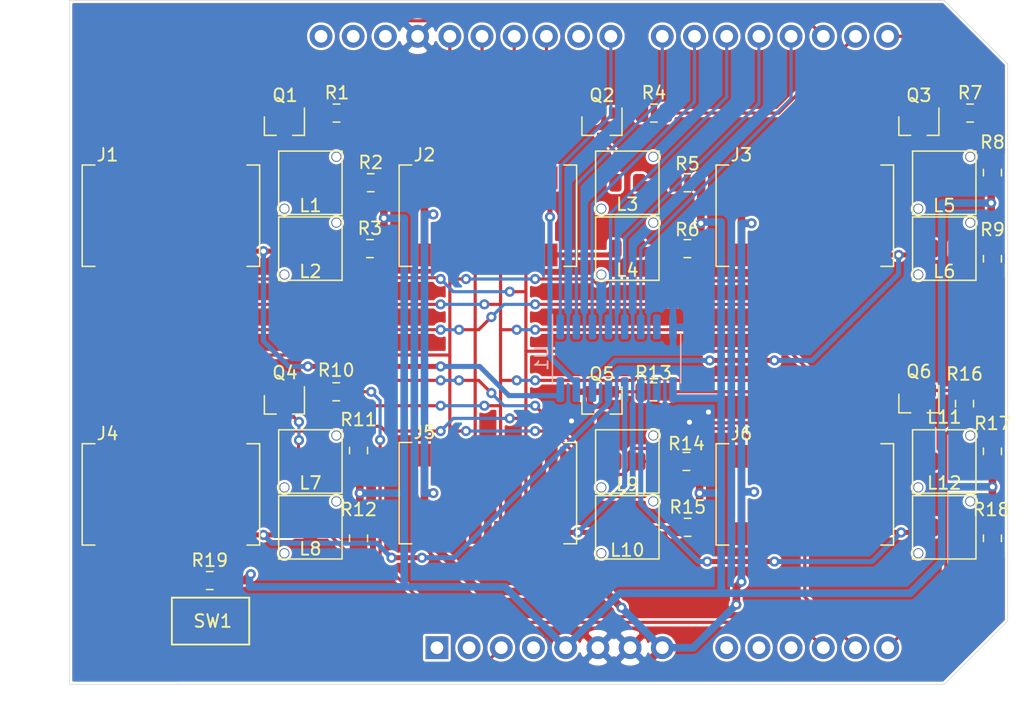
<source format=kicad_pcb>
(kicad_pcb (version 20171130) (host pcbnew "(5.1.2)-2")
  (layers (0 F.Cu signal) (31 B.Cu signal) (34 B.Paste user) (35 F.Paste user) (36 B.SilkS user) (37 F.SilkS user) (38 B.Mask user) (39 F.Mask user) (44 Edge.Cuts user))
  (net 0 "")
  (net 1 "Net-(A1-Pad16)")
  (net 2 "Net-(A1-Pad15)")
  (net 3 "Net-(A1-Pad30)")
  (net 4 "Net-(A1-Pad14)")
  (net 5 "Net-(A1-Pad13)")
  (net 6 /SCK)
  (net 7 "Net-(A1-Pad12)")
  (net 8 /MISO)
  (net 9 "Net-(A1-Pad11)")
  (net 10 /MOSI)
  (net 11 "Net-(A1-Pad10)")
  (net 12 /RST)
  (net 13 "Net-(A1-Pad9)")
  (net 14 "Net-(A1-Pad24)")
  (net 15 "Net-(A1-Pad23)")
  (net 16 "Net-(A1-Pad22)")
  (net 17 "Net-(A1-Pad21)")
  (net 18 "Net-(A1-Pad20)")
  (net 19 "Net-(A1-Pad4)")
  (net 20 "Net-(A1-Pad19)")
  (net 21 "Net-(A1-Pad18)")
  (net 22 "Net-(A1-Pad2)")
  (net 23 "Net-(A1-Pad17)")
  (net 24 "Net-(A1-Pad1)")
  (net 25 "Net-(A1-Pad31)")
  (net 26 "Net-(A1-Pad32)")
  (net 27 GND)
  (net 28 +5V)
  (net 29 /ULN16)
  (net 30 /ULN15)
  (net 31 /ULN14)
  (net 32 /ULN13)
  (net 33 /ULN12)
  (net 34 /ULN11)
  (net 35 /SW1)
  (net 36 "Net-(L1-Pad2)")
  (net 37 "Net-(L2-Pad2)")
  (net 38 "Net-(L7-Pad2)")
  (net 39 "Net-(L8-Pad2)")
  (net 40 "Net-(L9-Pad2)")
  (net 41 "Net-(L10-Pad2)")
  (net 42 "Net-(L11-Pad2)")
  (net 43 "Net-(L12-Pad2)")
  (net 44 /G2)
  (net 45 "Net-(Q1-Pad1)")
  (net 46 /G4)
  (net 47 "Net-(Q2-Pad1)")
  (net 48 /G6)
  (net 49 "Net-(Q3-Pad1)")
  (net 50 /G1)
  (net 51 "Net-(Q4-Pad1)")
  (net 52 /G3)
  (net 53 "Net-(Q5-Pad1)")
  (net 54 /G5)
  (net 55 "Net-(Q6-Pad1)")
  (net 56 "Net-(L3-Pad2)")
  (net 57 "Net-(L4-Pad2)")
  (net 58 "Net-(L5-Pad2)")
  (net 59 "Net-(L6-Pad2)")
  (net 60 "Net-(U1-Pad10)")
  (net 61 "Net-(U1-Pad7)")
  (net 62 VCC)
  (module Package_SO:SOIC-16_3.9x9.9mm_P1.27mm (layer B.Cu) (at 128.155 100.25 270)
    (fp_text reference U1 (at 0 5.9 90) (layer B.SilkS) (effects (justify mirror)))
    (fp_text value ULN2003A)
    (pad 16 smd roundrect (at 2.475 4.445 270) (size 1.95 0.6) (layers B.Cu B.Paste B.Mask) (net 29 /ULN16))
    (pad 15 smd roundrect (at 2.475 3.175 270) (size 1.95 0.6) (layers B.Cu B.Paste B.Mask) (net 30 /ULN15))
    (pad 14 smd roundrect (at 2.475 1.905 270) (size 1.95 0.6) (layers B.Cu B.Paste B.Mask) (net 31 /ULN14))
    (pad 13 smd roundrect (at 2.475 0.635 270) (size 1.95 0.6) (layers B.Cu B.Paste B.Mask) (net 32 /ULN13))
    (pad 12 smd roundrect (at 2.475 -0.635 270) (size 1.95 0.6) (layers B.Cu B.Paste B.Mask) (net 33 /ULN12))
    (pad 11 smd roundrect (at 2.475 -1.905 270) (size 1.95 0.6) (layers B.Cu B.Paste B.Mask) (net 34 /ULN11))
    (pad 10 smd roundrect (at 2.475 -3.175 270) (size 1.95 0.6) (layers B.Cu B.Paste B.Mask) (net 60 "Net-(U1-Pad10)"))
    (pad 9 smd roundrect (at 2.475 -4.445 270) (size 1.95 0.6) (layers B.Cu B.Paste B.Mask) (net 28 +5V))
    (pad 8 smd roundrect (at -2.475 -4.445 270) (size 1.95 0.6) (layers B.Cu B.Paste B.Mask) (net 27 GND))
    (pad 7 smd roundrect (at -2.475 -3.175 270) (size 1.95 0.6) (layers B.Cu B.Paste B.Mask) (net 61 "Net-(U1-Pad7)"))
    (pad 6 smd roundrect (at -2.475 -1.905 270) (size 1.95 0.6) (layers B.Cu B.Paste B.Mask) (net 21 "Net-(A1-Pad18)"))
    (pad 5 smd roundrect (at -2.475 -0.635 270) (size 1.95 0.6) (layers B.Cu B.Paste B.Mask) (net 20 "Net-(A1-Pad19)"))
    (pad 4 smd roundrect (at -2.475 0.635 270) (size 1.95 0.6) (layers B.Cu B.Paste B.Mask) (net 18 "Net-(A1-Pad20)"))
    (pad 3 smd roundrect (at -2.475 1.905 270) (size 1.95 0.6) (layers B.Cu B.Paste B.Mask) (net 17 "Net-(A1-Pad21)"))
    (pad 2 smd roundrect (at -2.475 3.175 270) (size 1.95 0.6) (layers B.Cu B.Paste B.Mask) (net 16 "Net-(A1-Pad22)"))
    (pad 1 smd roundrect (at -2.475 4.445 270) (size 1.95 0.6) (layers B.Cu B.Paste B.Mask) (net 15 "Net-(A1-Pad23)"))
  )
  (module hodgkin:Arduino_UNO_R3 (layer B.Cu) (at 113.98 123.1)
    (fp_text reference A1 hide)
    (fp_text value Arduino_UNO_R3)
    (pad 16 thru_hole circle (at 33.02 -48.26 270) (size 1.8 1.8) (drill 1) (layers *.Cu *.Mask) (net 1 "Net-(A1-Pad16)"))
    (pad 15 thru_hole circle (at 35.56 -48.26 270) (size 1.8 1.8) (drill 1) (layers *.Cu *.Mask) (net 2 "Net-(A1-Pad15)"))
    (pad 30 thru_hole circle (at -4.06 -48.26 270) (size 1.8 1.8) (drill 1) (layers *.Cu *.Mask) (net 3 "Net-(A1-Pad30)"))
    (pad 14 thru_hole circle (at 35.56 0 270) (size 1.8 1.8) (drill 1) (layers *.Cu *.Mask) (net 4 "Net-(A1-Pad14)"))
    (pad 29 thru_hole circle (at -1.52 -48.26 270) (size 1.8 1.8) (drill 1) (layers *.Cu *.Mask) (net 27 GND))
    (pad 13 thru_hole circle (at 33.02 0 270) (size 1.8 1.8) (drill 1) (layers *.Cu *.Mask) (net 5 "Net-(A1-Pad13)"))
    (pad 28 thru_hole circle (at 1.02 -48.26 270) (size 1.8 1.8) (drill 1) (layers *.Cu *.Mask) (net 6 /SCK))
    (pad 12 thru_hole circle (at 30.48 0 270) (size 1.8 1.8) (drill 1) (layers *.Cu *.Mask) (net 7 "Net-(A1-Pad12)"))
    (pad 27 thru_hole circle (at 3.56 -48.26 270) (size 1.8 1.8) (drill 1) (layers *.Cu *.Mask) (net 8 /MISO))
    (pad 11 thru_hole circle (at 27.94 0 270) (size 1.8 1.8) (drill 1) (layers *.Cu *.Mask) (net 9 "Net-(A1-Pad11)"))
    (pad 26 thru_hole circle (at 6.1 -48.26 270) (size 1.8 1.8) (drill 1) (layers *.Cu *.Mask) (net 10 /MOSI))
    (pad 10 thru_hole circle (at 25.4 0 270) (size 1.8 1.8) (drill 1) (layers *.Cu *.Mask) (net 11 "Net-(A1-Pad10)"))
    (pad 25 thru_hole circle (at 8.64 -48.26 270) (size 1.8 1.8) (drill 1) (layers *.Cu *.Mask) (net 12 /RST))
    (pad 9 thru_hole circle (at 22.86 0 270) (size 1.8 1.8) (drill 1) (layers *.Cu *.Mask) (net 13 "Net-(A1-Pad9)"))
    (pad 24 thru_hole circle (at 11.18 -48.26 270) (size 1.8 1.8) (drill 1) (layers *.Cu *.Mask) (net 14 "Net-(A1-Pad24)"))
    (pad 8 thru_hole circle (at 17.78 0 270) (size 1.8 1.8) (drill 1) (layers *.Cu *.Mask) (net 62 VCC))
    (pad 23 thru_hole circle (at 13.72 -48.26 270) (size 1.8 1.8) (drill 1) (layers *.Cu *.Mask) (net 15 "Net-(A1-Pad23)"))
    (pad 7 thru_hole circle (at 15.24 0 270) (size 1.8 1.8) (drill 1) (layers *.Cu *.Mask) (net 27 GND))
    (pad 22 thru_hole circle (at 17.78 -48.26 270) (size 1.8 1.8) (drill 1) (layers *.Cu *.Mask) (net 16 "Net-(A1-Pad22)"))
    (pad 6 thru_hole circle (at 12.7 0 270) (size 1.8 1.8) (drill 1) (layers *.Cu *.Mask) (net 27 GND))
    (pad 21 thru_hole circle (at 20.32 -48.26 270) (size 1.8 1.8) (drill 1) (layers *.Cu *.Mask) (net 17 "Net-(A1-Pad21)"))
    (pad 5 thru_hole circle (at 10.16 0 270) (size 1.8 1.8) (drill 1) (layers *.Cu *.Mask) (net 28 +5V))
    (pad 20 thru_hole circle (at 22.86 -48.26 270) (size 1.8 1.8) (drill 1) (layers *.Cu *.Mask) (net 18 "Net-(A1-Pad20)"))
    (pad 4 thru_hole circle (at 7.62 0 270) (size 1.8 1.8) (drill 1) (layers *.Cu *.Mask) (net 19 "Net-(A1-Pad4)"))
    (pad 19 thru_hole circle (at 25.4 -48.26 270) (size 1.8 1.8) (drill 1) (layers *.Cu *.Mask) (net 20 "Net-(A1-Pad19)"))
    (pad 3 thru_hole circle (at 5.08 0 270) (size 1.8 1.8) (drill 1) (layers *.Cu *.Mask) (net 35 /SW1))
    (pad 18 thru_hole circle (at 27.94 -48.26 270) (size 1.8 1.8) (drill 1) (layers *.Cu *.Mask) (net 21 "Net-(A1-Pad18)"))
    (pad 2 thru_hole circle (at 2.54 0 270) (size 1.8 1.8) (drill 1) (layers *.Cu *.Mask) (net 22 "Net-(A1-Pad2)"))
    (pad 17 thru_hole circle (at 30.48 -48.26 270) (size 1.8 1.8) (drill 1) (layers *.Cu *.Mask) (net 23 "Net-(A1-Pad17)"))
    (pad 1 thru_hole rect (at 0 0 270) (size 1.8 1.8) (drill 1) (layers *.Cu *.Mask) (net 24 "Net-(A1-Pad1)"))
    (pad 31 thru_hole circle (at -6.6 -48.26 270) (size 1.8 1.8) (drill 1) (layers *.Cu *.Mask) (net 25 "Net-(A1-Pad31)"))
    (pad 32 thru_hole circle (at -9.14 -48.26 270) (size 1.8 1.8) (drill 1) (layers *.Cu *.Mask) (net 26 "Net-(A1-Pad32)"))
  )
  (module Resistor_SMD:R_0805_2012Metric (layer F.Cu) (at 108.7625 86.4 180)
    (fp_text reference R2 (at 0 1.6) (layer F.SilkS))
    (fp_text value R_US)
    (pad 2 smd roundrect (at 0.9375 0 180) (size 0.975 1.4) (layers F.Cu F.Paste F.Mask) (net 36 "Net-(L1-Pad2)"))
    (pad 1 smd roundrect (at -0.9375 0 180) (size 0.975 1.4) (layers F.Cu F.Paste F.Mask) (net 28 +5V))
  )
  (module hodgkin:PTS636-G-2.5-NoGND (layer F.Cu) (at 100 121 180)
    (fp_text reference SW1 (at 3.7 0) (layer F.SilkS))
    (fp_text value SW_Push)
    (pad 2 smd rect (at 7.75 0 180) (size 1.25 2) (layers F.Cu F.Paste F.Mask) (net 35 /SW1))
    (pad 1 smd rect (at 0 0 180) (size 1.25 2) (layers F.Cu F.Paste F.Mask) (net 27 GND))
  )
  (module Resistor_SMD:R_0805_2012Metric (layer F.Cu) (at 96.0625 117.8 180)
    (fp_text reference R19 (at 0 1.6) (layer F.SilkS))
    (fp_text value R_US)
    (pad 2 smd roundrect (at 0.9375 0 180) (size 0.975 1.4) (layers F.Cu F.Paste F.Mask) (net 35 /SW1))
    (pad 1 smd roundrect (at -0.9375 0 180) (size 0.975 1.4) (layers F.Cu F.Paste F.Mask) (net 28 +5V))
  )
  (module Resistor_SMD:R_0805_2012Metric (layer F.Cu) (at 131.0625 102.9 180)
    (fp_text reference R13 (at 0 1.5) (layer F.SilkS))
    (fp_text value R_US)
    (pad 2 smd roundrect (at 0.9375 0 180) (size 0.975 1.4) (layers F.Cu F.Paste F.Mask) (net 53 "Net-(Q5-Pad1)"))
    (pad 1 smd roundrect (at -0.9375 0 180) (size 0.975 1.4) (layers F.Cu F.Paste F.Mask) (net 5 "Net-(A1-Pad13)"))
  )
  (module Resistor_SMD:R_0805_2012Metric (layer F.Cu) (at 156.0375 80.9 180)
    (fp_text reference R7 (at 0 1.6) (layer F.SilkS))
    (fp_text value R_US)
    (pad 2 smd roundrect (at 0.9375 0 180) (size 0.975 1.4) (layers F.Cu F.Paste F.Mask) (net 49 "Net-(Q3-Pad1)"))
    (pad 1 smd roundrect (at -0.9375 0 180) (size 0.975 1.4) (layers F.Cu F.Paste F.Mask) (net 2 "Net-(A1-Pad15)"))
  )
  (module Resistor_SMD:R_0805_2012Metric (layer F.Cu) (at 106.0625 80.9 180)
    (fp_text reference R1 (at -0.0375 1.6 180) (layer F.SilkS))
    (fp_text value R_US)
    (pad 2 smd roundrect (at 0.9375 0 180) (size 0.975 1.4) (layers F.Cu F.Paste F.Mask) (net 45 "Net-(Q1-Pad1)"))
    (pad 1 smd roundrect (at -0.9375 0 180) (size 0.975 1.4) (layers F.Cu F.Paste F.Mask) (net 23 "Net-(A1-Pad17)"))
  )
  (module Resistor_SMD:R_0805_2012Metric (layer F.Cu) (at 106.0375 102.9 180)
    (fp_text reference R10 (at 0 1.7) (layer F.SilkS))
    (fp_text value R_US)
    (pad 2 smd roundrect (at 0.9375 0 180) (size 0.975 1.4) (layers F.Cu F.Paste F.Mask) (net 51 "Net-(Q4-Pad1)"))
    (pad 1 smd roundrect (at -0.9375 0 180) (size 0.975 1.4) (layers F.Cu F.Paste F.Mask) (net 7 "Net-(A1-Pad12)"))
  )
  (module Resistor_SMD:R_0805_2012Metric (layer F.Cu) (at 131.1 80.9 180)
    (fp_text reference R4 (at 0 1.6) (layer F.SilkS))
    (fp_text value R_US)
    (pad 2 smd roundrect (at 0.9375 0 180) (size 0.975 1.4) (layers F.Cu F.Paste F.Mask) (net 47 "Net-(Q2-Pad1)"))
    (pad 1 smd roundrect (at -0.9375 0 180) (size 0.975 1.4) (layers F.Cu F.Paste F.Mask) (net 1 "Net-(A1-Pad16)"))
  )
  (module Resistor_SMD:R_0805_2012Metric (layer F.Cu) (at 155.6 103.8375 90)
    (fp_text reference R16 (at 2.3375 0 180) (layer F.SilkS))
    (fp_text value R_US)
    (pad 2 smd roundrect (at 0.9375 0 90) (size 0.975 1.4) (layers F.Cu F.Paste F.Mask) (net 55 "Net-(Q6-Pad1)"))
    (pad 1 smd roundrect (at -0.9375 0 90) (size 0.975 1.4) (layers F.Cu F.Paste F.Mask) (net 4 "Net-(A1-Pad14)"))
  )
  (module Package_TO_SOT_SMD:SOT-23 (layer F.Cu) (at 127 103.9 270)
    (fp_text reference Q5 (at -2.4 0 180) (layer F.SilkS))
    (fp_text value BC850)
    (pad 3 smd rect (at 1 0 270) (size 0.9 0.8) (layers F.Cu F.Paste F.Mask) (net 54 /G5))
    (pad 2 smd rect (at -1 0.95 270) (size 0.9 0.8) (layers F.Cu F.Paste F.Mask) (net 27 GND))
    (pad 1 smd rect (at -1 -0.95 270) (size 0.9 0.8) (layers F.Cu F.Paste F.Mask) (net 53 "Net-(Q5-Pad1)"))
  )
  (module Package_TO_SOT_SMD:SOT-23 (layer F.Cu) (at 152 81.9 270)
    (fp_text reference Q3 (at -2.4 0 180) (layer F.SilkS))
    (fp_text value BC850)
    (pad 3 smd rect (at 1 0 270) (size 0.9 0.8) (layers F.Cu F.Paste F.Mask) (net 52 /G3))
    (pad 2 smd rect (at -1 0.95 270) (size 0.9 0.8) (layers F.Cu F.Paste F.Mask) (net 27 GND))
    (pad 1 smd rect (at -1 -0.95 270) (size 0.9 0.8) (layers F.Cu F.Paste F.Mask) (net 49 "Net-(Q3-Pad1)"))
  )
  (module Package_TO_SOT_SMD:SOT-23 (layer F.Cu) (at 101.95 81.9 270)
    (fp_text reference Q1 (at -2.4 -0.05 180) (layer F.SilkS))
    (fp_text value BC850)
    (pad 3 smd rect (at 1 0 270) (size 0.9 0.8) (layers F.Cu F.Paste F.Mask) (net 50 /G1))
    (pad 2 smd rect (at -1 0.95 270) (size 0.9 0.8) (layers F.Cu F.Paste F.Mask) (net 27 GND))
    (pad 1 smd rect (at -1 -0.95 270) (size 0.9 0.8) (layers F.Cu F.Paste F.Mask) (net 45 "Net-(Q1-Pad1)"))
  )
  (module Package_TO_SOT_SMD:SOT-23 (layer F.Cu) (at 152 103.8 270)
    (fp_text reference Q6 (at -2.5 0 180) (layer F.SilkS))
    (fp_text value BC850)
    (pad 3 smd rect (at 1 0 270) (size 0.9 0.8) (layers F.Cu F.Paste F.Mask) (net 48 /G6))
    (pad 2 smd rect (at -1 0.95 270) (size 0.9 0.8) (layers F.Cu F.Paste F.Mask) (net 27 GND))
    (pad 1 smd rect (at -1 -0.95 270) (size 0.9 0.8) (layers F.Cu F.Paste F.Mask) (net 55 "Net-(Q6-Pad1)"))
  )
  (module Package_TO_SOT_SMD:SOT-23 (layer F.Cu) (at 101.95 103.9 270)
    (fp_text reference Q4 (at -2.5 -0.05 180) (layer F.SilkS))
    (fp_text value BC850)
    (pad 3 smd rect (at 1 0 270) (size 0.9 0.8) (layers F.Cu F.Paste F.Mask) (net 46 /G4))
    (pad 2 smd rect (at -1 0.95 270) (size 0.9 0.8) (layers F.Cu F.Paste F.Mask) (net 27 GND))
    (pad 1 smd rect (at -1 -0.95 270) (size 0.9 0.8) (layers F.Cu F.Paste F.Mask) (net 51 "Net-(Q4-Pad1)"))
  )
  (module Package_TO_SOT_SMD:SOT-23 (layer F.Cu) (at 127 81.9 270)
    (fp_text reference Q2 (at -2.4 0 180) (layer F.SilkS))
    (fp_text value BC850)
    (pad 3 smd rect (at 1 0 270) (size 0.9 0.8) (layers F.Cu F.Paste F.Mask) (net 44 /G2))
    (pad 2 smd rect (at -1 0.95 270) (size 0.9 0.8) (layers F.Cu F.Paste F.Mask) (net 27 GND))
    (pad 1 smd rect (at -1 -0.95 270) (size 0.9 0.8) (layers F.Cu F.Paste F.Mask) (net 47 "Net-(Q2-Pad1)"))
  )
  (module hodgkin:LED_0805_LightPipe (layer F.Cu) (at 104 86.4)
    (fp_text reference L1 (at 0 1.8) (layer F.SilkS))
    (fp_text value gLED)
    (pad 1 smd roundrect (at -0.9375 0) (size 0.975 1.4) (layers F.Cu F.Paste F.Mask) (net 50 /G1))
    (pad 2 smd roundrect (at 0.9375 0) (size 0.975 1.4) (layers F.Cu F.Paste F.Mask) (net 36 "Net-(L1-Pad2)"))
    (pad "" thru_hole circle (at 2.05 -2.05) (size 0.8 0.8) (drill 0.65) (layers *.Cu *.Mask))
    (pad "" thru_hole circle (at -2.05 2.05) (size 0.8 0.8) (drill 0.65) (layers *.Cu *.Mask))
  )
  (module hodgkin:LED_0805_LightPipe (layer F.Cu) (at 129 86.4)
    (fp_text reference L3 (at 0 1.7) (layer F.SilkS))
    (fp_text value gLED)
    (pad 1 smd roundrect (at -0.9375 0) (size 0.975 1.4) (layers F.Cu F.Paste F.Mask) (net 44 /G2))
    (pad 2 smd roundrect (at 0.9375 0) (size 0.975 1.4) (layers F.Cu F.Paste F.Mask) (net 56 "Net-(L3-Pad2)"))
    (pad "" thru_hole circle (at 2.05 -2.05) (size 0.8 0.8) (drill 0.65) (layers *.Cu *.Mask))
    (pad "" thru_hole circle (at -2.05 2.05) (size 0.8 0.8) (drill 0.65) (layers *.Cu *.Mask))
  )
  (module hodgkin:LED_0805_LightPipe (layer F.Cu) (at 154 86.4)
    (fp_text reference L5 (at 0 1.8) (layer F.SilkS))
    (fp_text value gLED)
    (pad 1 smd roundrect (at -0.9375 0) (size 0.975 1.4) (layers F.Cu F.Paste F.Mask) (net 52 /G3))
    (pad 2 smd roundrect (at 0.9375 0) (size 0.975 1.4) (layers F.Cu F.Paste F.Mask) (net 58 "Net-(L5-Pad2)"))
    (pad "" thru_hole circle (at 2.05 -2.05) (size 0.8 0.8) (drill 0.65) (layers *.Cu *.Mask))
    (pad "" thru_hole circle (at -2.05 2.05) (size 0.8 0.8) (drill 0.65) (layers *.Cu *.Mask))
  )
  (module hodgkin:LED_0805_LightPipe (layer F.Cu) (at 104 108.4)
    (fp_text reference L7 (at 0 1.7) (layer F.SilkS))
    (fp_text value gLED)
    (pad 1 smd roundrect (at -0.9375 0) (size 0.975 1.4) (layers F.Cu F.Paste F.Mask) (net 46 /G4))
    (pad 2 smd roundrect (at 0.9375 0) (size 0.975 1.4) (layers F.Cu F.Paste F.Mask) (net 38 "Net-(L7-Pad2)"))
    (pad "" thru_hole circle (at 2.05 -2.05) (size 0.8 0.8) (drill 0.65) (layers *.Cu *.Mask))
    (pad "" thru_hole circle (at -2.05 2.05) (size 0.8 0.8) (drill 0.65) (layers *.Cu *.Mask))
  )
  (module hodgkin:LED_0805_LightPipe (layer F.Cu) (at 129 108.4)
    (fp_text reference L9 (at 0 1.8) (layer F.SilkS))
    (fp_text value gLED)
    (pad 1 smd roundrect (at -0.9375 0) (size 0.975 1.4) (layers F.Cu F.Paste F.Mask) (net 54 /G5))
    (pad 2 smd roundrect (at 0.9375 0) (size 0.975 1.4) (layers F.Cu F.Paste F.Mask) (net 40 "Net-(L9-Pad2)"))
    (pad "" thru_hole circle (at 2.05 -2.05) (size 0.8 0.8) (drill 0.65) (layers *.Cu *.Mask))
    (pad "" thru_hole circle (at -2.05 2.05) (size 0.8 0.8) (drill 0.65) (layers *.Cu *.Mask))
  )
  (module hodgkin:LED_0805_LightPipe (layer F.Cu) (at 154 108.4)
    (fp_text reference L11 (at 0 -3.5) (layer F.SilkS))
    (fp_text value gLED)
    (pad 1 smd roundrect (at -0.9375 0) (size 0.975 1.4) (layers F.Cu F.Paste F.Mask) (net 48 /G6))
    (pad 2 smd roundrect (at 0.9375 0) (size 0.975 1.4) (layers F.Cu F.Paste F.Mask) (net 42 "Net-(L11-Pad2)"))
    (pad "" thru_hole circle (at 2.05 -2.05) (size 0.8 0.8) (drill 0.65) (layers *.Cu *.Mask))
    (pad "" thru_hole circle (at -2.05 2.05) (size 0.8 0.8) (drill 0.65) (layers *.Cu *.Mask))
  )
  (module hodgkin:LED_0805_LightPipe (layer F.Cu) (at 129 91.6)
    (fp_text reference L4 (at 0 1.7) (layer F.SilkS))
    (fp_text value rLED)
    (pad 1 smd roundrect (at -0.9375 0) (size 0.975 1.4) (layers F.Cu F.Paste F.Mask) (net 30 /ULN15))
    (pad 2 smd roundrect (at 0.9375 0) (size 0.975 1.4) (layers F.Cu F.Paste F.Mask) (net 57 "Net-(L4-Pad2)"))
    (pad "" thru_hole circle (at 2.05 -2.05) (size 0.8 0.8) (drill 0.65) (layers *.Cu *.Mask))
    (pad "" thru_hole circle (at -2.05 2.05) (size 0.8 0.8) (drill 0.65) (layers *.Cu *.Mask))
  )
  (module hodgkin:LED_0805_LightPipe (layer F.Cu) (at 104 91.6)
    (fp_text reference L2 (at 0 1.8) (layer F.SilkS))
    (fp_text value rLED)
    (pad 1 smd roundrect (at -0.9375 0) (size 0.975 1.4) (layers F.Cu F.Paste F.Mask) (net 29 /ULN16))
    (pad 2 smd roundrect (at 0.9375 0) (size 0.975 1.4) (layers F.Cu F.Paste F.Mask) (net 37 "Net-(L2-Pad2)"))
    (pad "" thru_hole circle (at 2.05 -2.05) (size 0.8 0.8) (drill 0.65) (layers *.Cu *.Mask))
    (pad "" thru_hole circle (at -2.05 2.05) (size 0.8 0.8) (drill 0.65) (layers *.Cu *.Mask))
  )
  (module hodgkin:LED_0805_LightPipe (layer F.Cu) (at 154 113.6)
    (fp_text reference L12 (at 0 -3.5) (layer F.SilkS))
    (fp_text value rLED)
    (pad 1 smd roundrect (at -0.9375 0) (size 0.975 1.4) (layers F.Cu F.Paste F.Mask) (net 34 /ULN11))
    (pad 2 smd roundrect (at 0.9375 0) (size 0.975 1.4) (layers F.Cu F.Paste F.Mask) (net 43 "Net-(L12-Pad2)"))
    (pad "" thru_hole circle (at 2.05 -2.05) (size 0.8 0.8) (drill 0.65) (layers *.Cu *.Mask))
    (pad "" thru_hole circle (at -2.05 2.05) (size 0.8 0.8) (drill 0.65) (layers *.Cu *.Mask))
  )
  (module hodgkin:LED_0805_LightPipe (layer F.Cu) (at 129 113.6)
    (fp_text reference L10 (at 0 1.8) (layer F.SilkS))
    (fp_text value rLED)
    (pad 1 smd roundrect (at -0.9375 0) (size 0.975 1.4) (layers F.Cu F.Paste F.Mask) (net 33 /ULN12))
    (pad 2 smd roundrect (at 0.9375 0) (size 0.975 1.4) (layers F.Cu F.Paste F.Mask) (net 41 "Net-(L10-Pad2)"))
    (pad "" thru_hole circle (at 2.05 -2.05) (size 0.8 0.8) (drill 0.65) (layers *.Cu *.Mask))
    (pad "" thru_hole circle (at -2.05 2.05) (size 0.8 0.8) (drill 0.65) (layers *.Cu *.Mask))
  )
  (module hodgkin:LED_0805_LightPipe (layer F.Cu) (at 104 113.6)
    (fp_text reference L8 (at 0 1.7) (layer F.SilkS))
    (fp_text value rLED)
    (pad 1 smd roundrect (at -0.9375 0) (size 0.975 1.4) (layers F.Cu F.Paste F.Mask) (net 32 /ULN13))
    (pad 2 smd roundrect (at 0.9375 0) (size 0.975 1.4) (layers F.Cu F.Paste F.Mask) (net 39 "Net-(L8-Pad2)"))
    (pad "" thru_hole circle (at 2.05 -2.05) (size 0.8 0.8) (drill 0.65) (layers *.Cu *.Mask))
    (pad "" thru_hole circle (at -2.05 2.05) (size 0.8 0.8) (drill 0.65) (layers *.Cu *.Mask))
  )
  (module hodgkin:LED_0805_LightPipe (layer F.Cu) (at 154 91.6)
    (fp_text reference L6 (at 0 1.8) (layer F.SilkS))
    (fp_text value rLED)
    (pad 1 smd roundrect (at -0.9375 0) (size 0.975 1.4) (layers F.Cu F.Paste F.Mask) (net 31 /ULN14))
    (pad 2 smd roundrect (at 0.9375 0) (size 0.975 1.4) (layers F.Cu F.Paste F.Mask) (net 59 "Net-(L6-Pad2)"))
    (pad "" thru_hole circle (at 2.05 -2.05) (size 0.8 0.8) (drill 0.65) (layers *.Cu *.Mask))
    (pad "" thru_hole circle (at -2.05 2.05) (size 0.8 0.8) (drill 0.65) (layers *.Cu *.Mask))
  )
  (module Resistor_SMD:R_0805_2012Metric (layer F.Cu) (at 157.8 107.6 90)
    (fp_text reference R17 (at 2.2 0 180) (layer F.SilkS))
    (fp_text value R_US)
    (pad 2 smd roundrect (at 0.9375 0 90) (size 0.975 1.4) (layers F.Cu F.Paste F.Mask) (net 42 "Net-(L11-Pad2)"))
    (pad 1 smd roundrect (at -0.9375 0 90) (size 0.975 1.4) (layers F.Cu F.Paste F.Mask) (net 28 +5V))
  )
  (module Resistor_SMD:R_0805_2012Metric (layer F.Cu) (at 133.6625 108.4 180)
    (fp_text reference R14 (at 0 1.4) (layer F.SilkS))
    (fp_text value R_US)
    (pad 2 smd roundrect (at 0.9375 0 180) (size 0.975 1.4) (layers F.Cu F.Paste F.Mask) (net 40 "Net-(L9-Pad2)"))
    (pad 1 smd roundrect (at -0.9375 0 180) (size 0.975 1.4) (layers F.Cu F.Paste F.Mask) (net 28 +5V))
  )
  (module Resistor_SMD:R_0805_2012Metric (layer F.Cu) (at 107.8 107.5375 90)
    (fp_text reference R11 (at 2.4375 0) (layer F.SilkS))
    (fp_text value R_US)
    (pad 2 smd roundrect (at 0.9375 0 90) (size 0.975 1.4) (layers F.Cu F.Paste F.Mask) (net 38 "Net-(L7-Pad2)"))
    (pad 1 smd roundrect (at -0.9375 0 90) (size 0.975 1.4) (layers F.Cu F.Paste F.Mask) (net 28 +5V))
  )
  (module Resistor_SMD:R_0805_2012Metric (layer F.Cu) (at 157.8 85.6 90)
    (fp_text reference R8 (at 2.4 0 180) (layer F.SilkS))
    (fp_text value R_US)
    (pad 2 smd roundrect (at 0.9375 0 90) (size 0.975 1.4) (layers F.Cu F.Paste F.Mask) (net 58 "Net-(L5-Pad2)"))
    (pad 1 smd roundrect (at -0.9375 0 90) (size 0.975 1.4) (layers F.Cu F.Paste F.Mask) (net 28 +5V))
  )
  (module Resistor_SMD:R_0805_2012Metric (layer F.Cu) (at 133.7375 86.4 180)
    (fp_text reference R5 (at 0 1.5) (layer F.SilkS))
    (fp_text value R_US)
    (pad 2 smd roundrect (at 0.9375 0 180) (size 0.975 1.4) (layers F.Cu F.Paste F.Mask) (net 56 "Net-(L3-Pad2)"))
    (pad 1 smd roundrect (at -0.9375 0 180) (size 0.975 1.4) (layers F.Cu F.Paste F.Mask) (net 28 +5V))
  )
  (module Resistor_SMD:R_0805_2012Metric (layer F.Cu) (at 157.8 114.4625 270)
    (fp_text reference R18 (at -2.2625 0.1 180) (layer F.SilkS))
    (fp_text value R_US)
    (pad 2 smd roundrect (at 0.9375 0 270) (size 0.975 1.4) (layers F.Cu F.Paste F.Mask) (net 43 "Net-(L12-Pad2)"))
    (pad 1 smd roundrect (at -0.9375 0 270) (size 0.975 1.4) (layers F.Cu F.Paste F.Mask) (net 28 +5V))
  )
  (module Resistor_SMD:R_0805_2012Metric (layer F.Cu) (at 133.7625 113.6 180)
    (fp_text reference R15 (at 0 1.6) (layer F.SilkS))
    (fp_text value R_US)
    (pad 2 smd roundrect (at 0.9375 0 180) (size 0.975 1.4) (layers F.Cu F.Paste F.Mask) (net 41 "Net-(L10-Pad2)"))
    (pad 1 smd roundrect (at -0.9375 0 180) (size 0.975 1.4) (layers F.Cu F.Paste F.Mask) (net 28 +5V))
  )
  (module Resistor_SMD:R_0805_2012Metric (layer F.Cu) (at 107.8 114.4625 270)
    (fp_text reference R12 (at -2.2625 0) (layer F.SilkS))
    (fp_text value R_US)
    (pad 2 smd roundrect (at 0.9375 0 270) (size 0.975 1.4) (layers F.Cu F.Paste F.Mask) (net 39 "Net-(L8-Pad2)"))
    (pad 1 smd roundrect (at -0.9375 0 270) (size 0.975 1.4) (layers F.Cu F.Paste F.Mask) (net 28 +5V))
  )
  (module Resistor_SMD:R_0805_2012Metric (layer F.Cu) (at 157.8 92.4 270)
    (fp_text reference R9 (at -2.3 0 180) (layer F.SilkS))
    (fp_text value R_US)
    (pad 2 smd roundrect (at 0.9375 0 270) (size 0.975 1.4) (layers F.Cu F.Paste F.Mask) (net 59 "Net-(L6-Pad2)"))
    (pad 1 smd roundrect (at -0.9375 0 270) (size 0.975 1.4) (layers F.Cu F.Paste F.Mask) (net 28 +5V))
  )
  (module Resistor_SMD:R_0805_2012Metric (layer F.Cu) (at 133.7375 91.6 180)
    (fp_text reference R6 (at 0 1.5) (layer F.SilkS))
    (fp_text value R_US)
    (pad 2 smd roundrect (at 0.9375 0 180) (size 0.975 1.4) (layers F.Cu F.Paste F.Mask) (net 57 "Net-(L4-Pad2)"))
    (pad 1 smd roundrect (at -0.9375 0 180) (size 0.975 1.4) (layers F.Cu F.Paste F.Mask) (net 28 +5V))
  )
  (module Resistor_SMD:R_0805_2012Metric (layer F.Cu) (at 108.7 91.6 180)
    (fp_text reference R3 (at 0 1.6) (layer F.SilkS))
    (fp_text value R_US hide)
    (pad 2 smd roundrect (at 0.9375 0 180) (size 0.975 1.4) (layers F.Cu F.Paste F.Mask) (net 37 "Net-(L2-Pad2)"))
    (pad 1 smd roundrect (at -0.9375 0 180) (size 0.975 1.4) (layers F.Cu F.Paste F.Mask) (net 28 +5V))
  )
  (module hodgkin:card_edge_6p (layer F.Cu) (at 138 108)
    (fp_text reference J6 (at 0 -1.8) (layer F.SilkS))
    (fp_text value "AVX 009159006551906")
    (pad 6 smd rect (at 10 6.1) (size 1 1.8) (layers F.Cu F.Paste F.Mask) (net 34 /ULN11))
    (pad 5 smd rect (at 8 6.1) (size 1 1.8) (layers F.Cu F.Paste F.Mask) (net 12 /RST))
    (pad 4 smd rect (at 6 6.1) (size 1 1.8) (layers F.Cu F.Paste F.Mask) (net 10 /MOSI))
    (pad 3 smd rect (at 4 6.1) (size 1 1.8) (layers F.Cu F.Paste F.Mask) (net 8 /MISO))
    (pad 2 smd rect (at 2 6.1) (size 1 1.8) (layers F.Cu F.Paste F.Mask) (net 6 /SCK))
    (pad 1 smd rect (at 0 6.1) (size 1 1.8) (layers F.Cu F.Paste F.Mask) (net 62 VCC))
    (pad 6 smd rect (at 10 0) (size 1 1.8) (layers F.Cu F.Paste F.Mask) (net 34 /ULN11))
    (pad 5 smd rect (at 8 0) (size 1 1.8) (layers F.Cu F.Paste F.Mask) (net 12 /RST))
    (pad 4 smd rect (at 6 0) (size 1 1.8) (layers F.Cu F.Paste F.Mask) (net 10 /MOSI))
    (pad 3 smd rect (at 4 0) (size 1 1.8) (layers F.Cu F.Paste F.Mask) (net 8 /MISO))
    (pad 2 smd rect (at 2 0) (size 1 1.8) (layers F.Cu F.Paste F.Mask) (net 6 /SCK))
    (pad 1 smd rect (at 0 0) (size 1 1.8) (layers F.Cu F.Paste F.Mask) (net 62 VCC))
  )
  (module hodgkin:card_edge_6p (layer F.Cu) (at 113 107.9)
    (fp_text reference J5 (at 0 -1.8) (layer F.SilkS))
    (fp_text value "AVX 009159006551906")
    (pad 6 smd rect (at 10 6.1) (size 1 1.8) (layers F.Cu F.Paste F.Mask) (net 33 /ULN12))
    (pad 5 smd rect (at 8 6.1) (size 1 1.8) (layers F.Cu F.Paste F.Mask) (net 12 /RST))
    (pad 4 smd rect (at 6 6.1) (size 1 1.8) (layers F.Cu F.Paste F.Mask) (net 10 /MOSI))
    (pad 3 smd rect (at 4 6.1) (size 1 1.8) (layers F.Cu F.Paste F.Mask) (net 8 /MISO))
    (pad 2 smd rect (at 2 6.1) (size 1 1.8) (layers F.Cu F.Paste F.Mask) (net 6 /SCK))
    (pad 1 smd rect (at 0 6.1) (size 1 1.8) (layers F.Cu F.Paste F.Mask) (net 62 VCC))
    (pad 6 smd rect (at 10 0) (size 1 1.8) (layers F.Cu F.Paste F.Mask) (net 33 /ULN12))
    (pad 5 smd rect (at 8 0) (size 1 1.8) (layers F.Cu F.Paste F.Mask) (net 12 /RST))
    (pad 4 smd rect (at 6 0) (size 1 1.8) (layers F.Cu F.Paste F.Mask) (net 10 /MOSI))
    (pad 3 smd rect (at 4 0) (size 1 1.8) (layers F.Cu F.Paste F.Mask) (net 8 /MISO))
    (pad 2 smd rect (at 2 0) (size 1 1.8) (layers F.Cu F.Paste F.Mask) (net 6 /SCK))
    (pad 1 smd rect (at 0 0) (size 1 1.8) (layers F.Cu F.Paste F.Mask) (net 62 VCC))
  )
  (module hodgkin:card_edge_6p (layer F.Cu) (at 88 108)
    (fp_text reference J4 (at 0 -1.8) (layer F.SilkS))
    (fp_text value "AVX 009159006551906")
    (pad 6 smd rect (at 10 6.1) (size 1 1.8) (layers F.Cu F.Paste F.Mask) (net 32 /ULN13))
    (pad 5 smd rect (at 8 6.1) (size 1 1.8) (layers F.Cu F.Paste F.Mask) (net 12 /RST))
    (pad 4 smd rect (at 6 6.1) (size 1 1.8) (layers F.Cu F.Paste F.Mask) (net 10 /MOSI))
    (pad 3 smd rect (at 4 6.1) (size 1 1.8) (layers F.Cu F.Paste F.Mask) (net 8 /MISO))
    (pad 2 smd rect (at 2 6.1) (size 1 1.8) (layers F.Cu F.Paste F.Mask) (net 6 /SCK))
    (pad 1 smd rect (at 0 6.1) (size 1 1.8) (layers F.Cu F.Paste F.Mask) (net 62 VCC))
    (pad 6 smd rect (at 10 0) (size 1 1.8) (layers F.Cu F.Paste F.Mask) (net 32 /ULN13))
    (pad 5 smd rect (at 8 0) (size 1 1.8) (layers F.Cu F.Paste F.Mask) (net 12 /RST))
    (pad 4 smd rect (at 6 0) (size 1 1.8) (layers F.Cu F.Paste F.Mask) (net 10 /MOSI))
    (pad 3 smd rect (at 4 0) (size 1 1.8) (layers F.Cu F.Paste F.Mask) (net 8 /MISO))
    (pad 2 smd rect (at 2 0) (size 1 1.8) (layers F.Cu F.Paste F.Mask) (net 6 /SCK))
    (pad 1 smd rect (at 0 0) (size 1 1.8) (layers F.Cu F.Paste F.Mask) (net 62 VCC))
  )
  (module hodgkin:card_edge_6p (layer F.Cu) (at 138 86)
    (fp_text reference J3 (at 0 -1.8) (layer F.SilkS))
    (fp_text value "AVX 009159006551906")
    (pad 6 smd rect (at 10 6.1) (size 1 1.8) (layers F.Cu F.Paste F.Mask) (net 31 /ULN14))
    (pad 5 smd rect (at 8 6.1) (size 1 1.8) (layers F.Cu F.Paste F.Mask) (net 12 /RST))
    (pad 4 smd rect (at 6 6.1) (size 1 1.8) (layers F.Cu F.Paste F.Mask) (net 10 /MOSI))
    (pad 3 smd rect (at 4 6.1) (size 1 1.8) (layers F.Cu F.Paste F.Mask) (net 8 /MISO))
    (pad 2 smd rect (at 2 6.1) (size 1 1.8) (layers F.Cu F.Paste F.Mask) (net 6 /SCK))
    (pad 1 smd rect (at 0 6.1) (size 1 1.8) (layers F.Cu F.Paste F.Mask) (net 62 VCC))
    (pad 6 smd rect (at 10 0) (size 1 1.8) (layers F.Cu F.Paste F.Mask) (net 31 /ULN14))
    (pad 5 smd rect (at 8 0) (size 1 1.8) (layers F.Cu F.Paste F.Mask) (net 12 /RST))
    (pad 4 smd rect (at 6 0) (size 1 1.8) (layers F.Cu F.Paste F.Mask) (net 10 /MOSI))
    (pad 3 smd rect (at 4 0) (size 1 1.8) (layers F.Cu F.Paste F.Mask) (net 8 /MISO))
    (pad 2 smd rect (at 2 0) (size 1 1.8) (layers F.Cu F.Paste F.Mask) (net 6 /SCK))
    (pad 1 smd rect (at 0 0) (size 1 1.8) (layers F.Cu F.Paste F.Mask) (net 62 VCC))
  )
  (module hodgkin:card_edge_6p (layer F.Cu) (at 113 86)
    (fp_text reference J2 (at 0 -1.8) (layer F.SilkS))
    (fp_text value "AVX 009159006551906")
    (pad 6 smd rect (at 10 6.1) (size 1 1.8) (layers F.Cu F.Paste F.Mask) (net 30 /ULN15))
    (pad 5 smd rect (at 8 6.1) (size 1 1.8) (layers F.Cu F.Paste F.Mask) (net 12 /RST))
    (pad 4 smd rect (at 6 6.1) (size 1 1.8) (layers F.Cu F.Paste F.Mask) (net 10 /MOSI))
    (pad 3 smd rect (at 4 6.1) (size 1 1.8) (layers F.Cu F.Paste F.Mask) (net 8 /MISO))
    (pad 2 smd rect (at 2 6.1) (size 1 1.8) (layers F.Cu F.Paste F.Mask) (net 6 /SCK))
    (pad 1 smd rect (at 0 6.1) (size 1 1.8) (layers F.Cu F.Paste F.Mask) (net 62 VCC))
    (pad 6 smd rect (at 10 0) (size 1 1.8) (layers F.Cu F.Paste F.Mask) (net 30 /ULN15))
    (pad 5 smd rect (at 8 0) (size 1 1.8) (layers F.Cu F.Paste F.Mask) (net 12 /RST))
    (pad 4 smd rect (at 6 0) (size 1 1.8) (layers F.Cu F.Paste F.Mask) (net 10 /MOSI))
    (pad 3 smd rect (at 4 0) (size 1 1.8) (layers F.Cu F.Paste F.Mask) (net 8 /MISO))
    (pad 2 smd rect (at 2 0) (size 1 1.8) (layers F.Cu F.Paste F.Mask) (net 6 /SCK))
    (pad 1 smd rect (at 0 0) (size 1 1.8) (layers F.Cu F.Paste F.Mask) (net 62 VCC))
  )
  (module hodgkin:card_edge_6p (layer F.Cu) (at 88 86)
    (fp_text reference J1 (at 0 -1.8) (layer F.SilkS))
    (fp_text value "AVX 009159006551906")
    (pad 6 smd rect (at 10 6.1) (size 1 1.8) (layers F.Cu F.Paste F.Mask) (net 29 /ULN16))
    (pad 5 smd rect (at 8 6.1) (size 1 1.8) (layers F.Cu F.Paste F.Mask) (net 12 /RST))
    (pad 4 smd rect (at 6 6.1) (size 1 1.8) (layers F.Cu F.Paste F.Mask) (net 10 /MOSI))
    (pad 3 smd rect (at 4 6.1) (size 1 1.8) (layers F.Cu F.Paste F.Mask) (net 8 /MISO))
    (pad 2 smd rect (at 2 6.1) (size 1 1.8) (layers F.Cu F.Paste F.Mask) (net 6 /SCK))
    (pad 1 smd rect (at 0 6.1) (size 1 1.8) (layers F.Cu F.Paste F.Mask) (net 62 VCC))
    (pad 6 smd rect (at 10 0) (size 1 1.8) (layers F.Cu F.Paste F.Mask) (net 29 /ULN16))
    (pad 5 smd rect (at 8 0) (size 1 1.8) (layers F.Cu F.Paste F.Mask) (net 12 /RST))
    (pad 4 smd rect (at 6 0) (size 1 1.8) (layers F.Cu F.Paste F.Mask) (net 10 /MOSI))
    (pad 3 smd rect (at 4 0) (size 1 1.8) (layers F.Cu F.Paste F.Mask) (net 8 /MISO))
    (pad 2 smd rect (at 2 0) (size 1 1.8) (layers F.Cu F.Paste F.Mask) (net 6 /SCK))
    (pad 1 smd rect (at 0 0) (size 1 1.8) (layers F.Cu F.Paste F.Mask) (net 62 VCC))
  )
  (gr_line (start 154 72) (end 159 77) (layer Edge.Cuts) (width 0.05))
  (gr_line (start 154 126) (end 85 126) (layer Edge.Cuts) (width 0.05))
  (gr_line (start 85 126) (end 85 72) (layer Edge.Cuts) (width 0.05))
  (gr_line (start 159 121) (end 154 126) (layer Edge.Cuts) (width 0.05))
  (gr_line (start 159 77) (end 159 121) (layer Edge.Cuts) (width 0.05))
  (gr_line (start 85 72) (end 154 72) (layer Edge.Cuts) (width 0.05))
  (segment (start 140.94 80.9) (end 147 74.84) (width 0.25) (layer F.Cu) (net 1))
  (segment (start 132.0375 80.9) (end 140.94 80.9) (width 0.25) (layer F.Cu) (net 1))
  (segment (start 150.915 74.84) (end 156.975 80.9) (width 0.25) (layer F.Cu) (net 2))
  (segment (start 149.54 74.84) (end 150.915 74.84) (width 0.25) (layer F.Cu) (net 2))
  (segment (start 154.12499 118.51501) (end 149.54 123.1) (width 0.25) (layer F.Cu) (net 4))
  (segment (start 154.12499 106.25001) (end 154.12499 118.51501) (width 0.25) (layer F.Cu) (net 4))
  (segment (start 155.6 104.775) (end 154.12499 106.25001) (width 0.25) (layer F.Cu) (net 4))
  (segment (start 143 119.1) (end 147 123.1) (width 0.25) (layer F.Cu) (net 5))
  (segment (start 143 104.3) (end 143 119.1) (width 0.25) (layer F.Cu) (net 5))
  (segment (start 132 102.9) (end 141.6 102.9) (width 0.25) (layer F.Cu) (net 5))
  (segment (start 141.6 102.9) (end 143 104.3) (width 0.25) (layer F.Cu) (net 5))
  (segment (start 115 114) (end 115 107.9) (width 0.25) (layer F.Cu) (net 6))
  (segment (start 115 92.1) (end 115 86) (width 0.25) (layer F.Cu) (net 6))
  (segment (start 115 86) (end 115 74.74) (width 0.25) (layer F.Cu) (net 6))
  (segment (start 115 100) (end 94 100) (width 0.25) (layer F.Cu) (net 6))
  (segment (start 90 96) (end 90 92.1) (width 0.25) (layer F.Cu) (net 6))
  (segment (start 94 100) (end 90 96) (width 0.25) (layer F.Cu) (net 6))
  (segment (start 90 104) (end 94 100) (width 0.25) (layer F.Cu) (net 6))
  (segment (start 90 108) (end 90 104) (width 0.25) (layer F.Cu) (net 6))
  (segment (start 90 86) (end 90 92.1) (width 0.25) (layer F.Cu) (net 6))
  (segment (start 90 108) (end 90 114.1) (width 0.25) (layer F.Cu) (net 6))
  (via (at 116.275 94) (size 0.8) (drill 0.4) (layers F.Cu B.Cu) (net 6))
  (segment (start 115 94) (end 116.275 94) (width 0.25) (layer F.Cu) (net 6))
  (segment (start 115 94) (end 115 92.1) (width 0.25) (layer F.Cu) (net 6))
  (segment (start 115 100) (end 115 94) (width 0.25) (layer F.Cu) (net 6))
  (via (at 121.725 94) (size 0.8) (drill 0.4) (layers F.Cu B.Cu) (net 6))
  (segment (start 116.275 94) (end 121.725 94) (width 0.25) (layer B.Cu) (net 6))
  (segment (start 126.601999 94.375001) (end 127.298001 94.375001) (width 0.25) (layer F.Cu) (net 6))
  (segment (start 121.725 94) (end 126.226998 94) (width 0.25) (layer F.Cu) (net 6))
  (segment (start 126.226998 94) (end 126.601999 94.375001) (width 0.25) (layer F.Cu) (net 6))
  (segment (start 127.522992 94.15001) (end 139.44999 94.15001) (width 0.25) (layer F.Cu) (net 6))
  (segment (start 127.298001 94.375001) (end 127.522992 94.15001) (width 0.25) (layer F.Cu) (net 6))
  (segment (start 140 93.6) (end 140 92.1) (width 0.25) (layer F.Cu) (net 6))
  (segment (start 139.44999 94.15001) (end 140 93.6) (width 0.25) (layer F.Cu) (net 6))
  (segment (start 140 92.1) (end 140 86) (width 0.25) (layer F.Cu) (net 6))
  (segment (start 140 114.1) (end 140 108) (width 0.25) (layer F.Cu) (net 6))
  (segment (start 115 106) (end 115 100) (width 0.25) (layer F.Cu) (net 6))
  (segment (start 115 107.9) (end 115 106) (width 0.25) (layer F.Cu) (net 6))
  (via (at 121.725 106) (size 0.8) (drill 0.4) (layers F.Cu B.Cu) (net 6))
  (via (at 116.275 106) (size 0.8) (drill 0.4) (layers F.Cu B.Cu) (net 6))
  (segment (start 121.725 106) (end 116.275 106) (width 0.25) (layer B.Cu) (net 6))
  (segment (start 116.275 106) (end 115 106) (width 0.25) (layer F.Cu) (net 6))
  (segment (start 133.53751 107.70816) (end 135.439927 105.805743) (width 0.25) (layer F.Cu) (net 6))
  (segment (start 132.904351 109.724999) (end 133.53751 109.09184) (width 0.25) (layer F.Cu) (net 6))
  (segment (start 133.53751 109.09184) (end 133.53751 107.70816) (width 0.25) (layer F.Cu) (net 6))
  (segment (start 137.805743 105.805743) (end 140 108) (width 0.25) (layer F.Cu) (net 6))
  (segment (start 135.439927 105.805743) (end 137.805743 105.805743) (width 0.25) (layer F.Cu) (net 6))
  (segment (start 121.725 106) (end 123.085002 106) (width 0.25) (layer F.Cu) (net 6))
  (segment (start 131.801999 109.724999) (end 132.904351 109.724999) (width 0.25) (layer F.Cu) (net 6))
  (segment (start 130.351997 111.175001) (end 131.801999 109.724999) (width 0.25) (layer F.Cu) (net 6))
  (segment (start 126.601999 111.175001) (end 130.351997 111.175001) (width 0.25) (layer F.Cu) (net 6))
  (segment (start 126.224999 110.798001) (end 126.601999 111.175001) (width 0.25) (layer F.Cu) (net 6))
  (segment (start 126.224999 109.139997) (end 126.224999 110.798001) (width 0.25) (layer F.Cu) (net 6))
  (segment (start 123.085002 106) (end 126.224999 109.139997) (width 0.25) (layer F.Cu) (net 6))
  (via (at 109.5 106.7) (size 0.8) (drill 0.4) (layers F.Cu B.Cu) (net 7))
  (via (at 108.8 102.9) (size 0.8) (drill 0.4) (layers F.Cu B.Cu) (net 7))
  (segment (start 109.5 106.7) (end 109.5 103.6) (width 0.25) (layer B.Cu) (net 7))
  (segment (start 109.5 103.6) (end 108.8 102.9) (width 0.25) (layer B.Cu) (net 7))
  (segment (start 108.8 102.9) (end 106.975 102.9) (width 0.25) (layer F.Cu) (net 7))
  (segment (start 109.5 116.173002) (end 109.5 106.7) (width 0.25) (layer F.Cu) (net 7))
  (segment (start 114.426998 121.1) (end 109.5 116.173002) (width 0.25) (layer F.Cu) (net 7))
  (segment (start 144.46 123.1) (end 142.46 121.1) (width 0.25) (layer F.Cu) (net 7))
  (segment (start 142.46 121.1) (end 114.426998 121.1) (width 0.25) (layer F.Cu) (net 7))
  (segment (start 117.54 74.74) (end 117.54 79.46) (width 0.25) (layer F.Cu) (net 8))
  (segment (start 117 80) (end 117 86) (width 0.25) (layer F.Cu) (net 8))
  (segment (start 117.54 79.46) (end 117 80) (width 0.25) (layer F.Cu) (net 8))
  (segment (start 117 86) (end 117 92.1) (width 0.25) (layer F.Cu) (net 8))
  (segment (start 117 107.9) (end 117 114) (width 0.25) (layer F.Cu) (net 8))
  (via (at 115.725 98) (size 0.8) (drill 0.4) (layers F.Cu B.Cu) (net 8))
  (segment (start 117 98) (end 115.725 98) (width 0.25) (layer F.Cu) (net 8))
  (via (at 114.275 98) (size 0.8) (drill 0.4) (layers F.Cu B.Cu) (net 8))
  (segment (start 115.725 98) (end 114.275 98) (width 0.25) (layer B.Cu) (net 8))
  (segment (start 114.275 98) (end 94.1 98) (width 0.25) (layer F.Cu) (net 8))
  (segment (start 92 95.9) (end 92 92.1) (width 0.25) (layer F.Cu) (net 8))
  (segment (start 94.1 98) (end 92 95.9) (width 0.25) (layer F.Cu) (net 8))
  (via (at 115.725 102) (size 0.8) (drill 0.4) (layers F.Cu B.Cu) (net 8))
  (segment (start 117 102) (end 115.725 102) (width 0.25) (layer F.Cu) (net 8))
  (segment (start 117 102) (end 117 107.9) (width 0.25) (layer F.Cu) (net 8))
  (segment (start 117 98) (end 117 102) (width 0.25) (layer F.Cu) (net 8))
  (via (at 114.275 102) (size 0.8) (drill 0.4) (layers F.Cu B.Cu) (net 8))
  (segment (start 115.725 102) (end 114.275 102) (width 0.25) (layer B.Cu) (net 8))
  (segment (start 92 104.2) (end 92 108) (width 0.25) (layer F.Cu) (net 8))
  (segment (start 94.2 102) (end 92 104.2) (width 0.25) (layer F.Cu) (net 8))
  (segment (start 117 92.1) (end 117 98) (width 0.25) (layer F.Cu) (net 8))
  (segment (start 92 92.1) (end 92 86) (width 0.25) (layer F.Cu) (net 8))
  (segment (start 92 114.1) (end 92 108) (width 0.25) (layer F.Cu) (net 8))
  (via (at 118.275 97) (size 0.8) (drill 0.4) (layers F.Cu B.Cu) (net 8))
  (segment (start 117 98) (end 117.275 98) (width 0.25) (layer F.Cu) (net 8))
  (segment (start 117.275 98) (end 118.275 97) (width 0.25) (layer F.Cu) (net 8))
  (via (at 121.725 96) (size 0.8) (drill 0.4) (layers F.Cu B.Cu) (net 8))
  (segment (start 118.275 97) (end 119.275 96) (width 0.25) (layer B.Cu) (net 8))
  (segment (start 119.275 96) (end 121.725 96) (width 0.25) (layer B.Cu) (net 8))
  (segment (start 121.725 96) (end 141.5 96) (width 0.25) (layer F.Cu) (net 8))
  (segment (start 142 95.5) (end 142 92.1) (width 0.25) (layer F.Cu) (net 8))
  (segment (start 141.5 96) (end 142 95.5) (width 0.25) (layer F.Cu) (net 8))
  (via (at 118.275 103) (size 0.8) (drill 0.4) (layers F.Cu B.Cu) (net 8))
  (segment (start 117 102) (end 117.275 102) (width 0.25) (layer F.Cu) (net 8))
  (segment (start 117.275 102) (end 118.275 103) (width 0.25) (layer F.Cu) (net 8))
  (via (at 121.725 104) (size 0.8) (drill 0.4) (layers F.Cu B.Cu) (net 8))
  (segment (start 118.275 103) (end 119.275 104) (width 0.25) (layer B.Cu) (net 8))
  (segment (start 119.275 104) (end 121.725 104) (width 0.25) (layer B.Cu) (net 8))
  (segment (start 121.725 104) (end 121.74999 104.02499) (width 0.25) (layer F.Cu) (net 8))
  (segment (start 142 86) (end 142 92.1) (width 0.25) (layer F.Cu) (net 8))
  (segment (start 142 108) (end 142 114.1) (width 0.25) (layer F.Cu) (net 8))
  (segment (start 107.45434 101.87499) (end 104.32501 101.87499) (width 0.25) (layer F.Cu) (net 8))
  (segment (start 114.275 102) (end 107.57935 102) (width 0.25) (layer F.Cu) (net 8))
  (segment (start 107.57935 102) (end 107.45434 101.87499) (width 0.25) (layer F.Cu) (net 8))
  (segment (start 104.2 102) (end 94.2 102) (width 0.25) (layer F.Cu) (net 8))
  (segment (start 104.32501 101.87499) (end 104.2 102) (width 0.25) (layer F.Cu) (net 8))
  (segment (start 121.849999 104.124999) (end 121.725 104) (width 0.25) (layer F.Cu) (net 8))
  (segment (start 129.12499 107.70816) (end 129.45816 107.37499) (width 0.25) (layer F.Cu) (net 8))
  (segment (start 129.12499 108.97501) (end 129.12499 107.70816) (width 0.25) (layer F.Cu) (net 8))
  (segment (start 128.67499 109.42501) (end 129.12499 108.97501) (width 0.25) (layer F.Cu) (net 8))
  (segment (start 139.355733 105.355733) (end 139.5 105.5) (width 0.25) (layer F.Cu) (net 8))
  (segment (start 135.253527 105.355733) (end 139.355733 105.355733) (width 0.25) (layer F.Cu) (net 8))
  (segment (start 133.23427 107.37499) (end 135.253527 105.355733) (width 0.25) (layer F.Cu) (net 8))
  (segment (start 129.45816 107.37499) (end 133.23427 107.37499) (width 0.25) (layer F.Cu) (net 8))
  (segment (start 142 108) (end 139.5 105.5) (width 0.25) (layer F.Cu) (net 8))
  (segment (start 121.725 104) (end 127.15001 109.42501) (width 0.25) (layer F.Cu) (net 8))
  (segment (start 127.15001 109.42501) (end 128.67499 109.42501) (width 0.25) (layer F.Cu) (net 8))
  (segment (start 120.08 74.74) (end 120.08 79.62) (width 0.25) (layer F.Cu) (net 10))
  (segment (start 119 80.7) (end 119 86) (width 0.25) (layer F.Cu) (net 10))
  (segment (start 120.08 79.62) (end 119 80.7) (width 0.25) (layer F.Cu) (net 10))
  (segment (start 119 86) (end 119 92.1) (width 0.25) (layer F.Cu) (net 10))
  (segment (start 119 107.9) (end 119 114) (width 0.25) (layer F.Cu) (net 10))
  (via (at 120.275 98) (size 0.8) (drill 0.4) (layers F.Cu B.Cu) (net 10))
  (segment (start 119 98) (end 120.275 98) (width 0.25) (layer F.Cu) (net 10))
  (via (at 121.725 98) (size 0.8) (drill 0.4) (layers F.Cu B.Cu) (net 10))
  (segment (start 120.275 98) (end 121.725 98) (width 0.25) (layer B.Cu) (net 10))
  (segment (start 121.725 98) (end 141.5 98) (width 0.25) (layer F.Cu) (net 10))
  (segment (start 144 95.5) (end 144 92.1) (width 0.25) (layer F.Cu) (net 10))
  (segment (start 141.5 98) (end 144 95.5) (width 0.25) (layer F.Cu) (net 10))
  (via (at 120.275 102) (size 0.8) (drill 0.4) (layers F.Cu B.Cu) (net 10))
  (segment (start 119 102) (end 120.275 102) (width 0.25) (layer F.Cu) (net 10))
  (segment (start 119 98) (end 119 102) (width 0.25) (layer F.Cu) (net 10))
  (via (at 121.725 102) (size 0.8) (drill 0.4) (layers F.Cu B.Cu) (net 10))
  (segment (start 120.275 102) (end 121.725 102) (width 0.25) (layer B.Cu) (net 10))
  (segment (start 144 103.9) (end 144 108) (width 0.25) (layer F.Cu) (net 10))
  (segment (start 142.1 102) (end 144 103.9) (width 0.25) (layer F.Cu) (net 10))
  (via (at 117.725 96) (size 0.8) (drill 0.4) (layers F.Cu B.Cu) (net 10))
  (segment (start 119 96) (end 117.725 96) (width 0.25) (layer F.Cu) (net 10))
  (segment (start 119 96) (end 119 98) (width 0.25) (layer F.Cu) (net 10))
  (segment (start 119 92.1) (end 119 96) (width 0.25) (layer F.Cu) (net 10))
  (via (at 114.275 96) (size 0.8) (drill 0.4) (layers F.Cu B.Cu) (net 10))
  (segment (start 117.725 96) (end 114.275 96) (width 0.25) (layer B.Cu) (net 10))
  (segment (start 114.275 96) (end 94.3 96) (width 0.25) (layer F.Cu) (net 10))
  (segment (start 94 95.7) (end 94 92.1) (width 0.25) (layer F.Cu) (net 10))
  (segment (start 94.3 96) (end 94 95.7) (width 0.25) (layer F.Cu) (net 10))
  (segment (start 94 92.1) (end 94 86) (width 0.25) (layer F.Cu) (net 10))
  (segment (start 94 114.1) (end 94 108) (width 0.25) (layer F.Cu) (net 10))
  (via (at 117.725 104) (size 0.8) (drill 0.4) (layers F.Cu B.Cu) (net 10))
  (segment (start 119 104) (end 117.725 104) (width 0.25) (layer F.Cu) (net 10))
  (segment (start 119 104) (end 119 107.9) (width 0.25) (layer F.Cu) (net 10))
  (segment (start 119 102) (end 119 104) (width 0.25) (layer F.Cu) (net 10))
  (via (at 114.275 104) (size 0.8) (drill 0.4) (layers F.Cu B.Cu) (net 10))
  (segment (start 117.725 104) (end 114.275 104) (width 0.25) (layer B.Cu) (net 10))
  (segment (start 114.275 104) (end 94.4 104) (width 0.25) (layer F.Cu) (net 10))
  (segment (start 94 104.4) (end 94 108) (width 0.25) (layer F.Cu) (net 10))
  (segment (start 94.4 104) (end 94 104.4) (width 0.25) (layer F.Cu) (net 10))
  (segment (start 144 92.1) (end 144 86) (width 0.25) (layer F.Cu) (net 10))
  (segment (start 144 114.1) (end 144 108) (width 0.25) (layer F.Cu) (net 10))
  (segment (start 129.64566 101.87499) (end 132.77499 101.87499) (width 0.25) (layer F.Cu) (net 10))
  (segment (start 121.725 102) (end 129.52065 102) (width 0.25) (layer F.Cu) (net 10))
  (segment (start 129.52065 102) (end 129.64566 101.87499) (width 0.25) (layer F.Cu) (net 10))
  (segment (start 132.9 102) (end 142.1 102) (width 0.25) (layer F.Cu) (net 10))
  (segment (start 132.77499 101.87499) (end 132.9 102) (width 0.25) (layer F.Cu) (net 10))
  (segment (start 122.62 74.74) (end 122.62 79.38) (width 0.25) (layer F.Cu) (net 12))
  (segment (start 121 81) (end 121 86) (width 0.25) (layer F.Cu) (net 12))
  (segment (start 122.62 79.38) (end 121 81) (width 0.25) (layer F.Cu) (net 12))
  (segment (start 121 86) (end 121 92.1) (width 0.25) (layer F.Cu) (net 12))
  (segment (start 121 107.9) (end 121 114) (width 0.25) (layer F.Cu) (net 12))
  (segment (start 121 99.7) (end 141.8 99.7) (width 0.25) (layer F.Cu) (net 12))
  (segment (start 146 95.5) (end 146 92.1) (width 0.25) (layer F.Cu) (net 12))
  (segment (start 141.8 99.7) (end 146 95.5) (width 0.25) (layer F.Cu) (net 12))
  (segment (start 146 103.9) (end 141.8 99.7) (width 0.25) (layer F.Cu) (net 12))
  (segment (start 146 108) (end 146 103.9) (width 0.25) (layer F.Cu) (net 12))
  (segment (start 146 86) (end 146 92.1) (width 0.25) (layer F.Cu) (net 12))
  (segment (start 146 108) (end 146 114.1) (width 0.25) (layer F.Cu) (net 12))
  (via (at 119.725 105) (size 0.8) (drill 0.4) (layers F.Cu B.Cu) (net 12))
  (segment (start 121 105) (end 119.725 105) (width 0.25) (layer F.Cu) (net 12))
  (segment (start 121 105) (end 121 107.9) (width 0.25) (layer F.Cu) (net 12))
  (segment (start 121 99.7) (end 121 105) (width 0.25) (layer F.Cu) (net 12))
  (via (at 114.275 106) (size 0.8) (drill 0.4) (layers F.Cu B.Cu) (net 12))
  (segment (start 119.725 105) (end 115.275 105) (width 0.25) (layer B.Cu) (net 12))
  (segment (start 115.275 105) (end 114.275 106) (width 0.25) (layer B.Cu) (net 12))
  (segment (start 96 108) (end 96 114.1) (width 0.25) (layer F.Cu) (net 12))
  (via (at 119.725 95) (size 0.8) (drill 0.4) (layers F.Cu B.Cu) (net 12))
  (segment (start 121 95) (end 119.725 95) (width 0.25) (layer F.Cu) (net 12))
  (segment (start 121 95) (end 121 99.7) (width 0.25) (layer F.Cu) (net 12))
  (segment (start 121 92.1) (end 121 95) (width 0.25) (layer F.Cu) (net 12))
  (via (at 114.275 94) (size 0.8) (drill 0.4) (layers F.Cu B.Cu) (net 12))
  (segment (start 119.725 95) (end 115.275 95) (width 0.25) (layer B.Cu) (net 12))
  (segment (start 115.275 95) (end 114.275 94) (width 0.25) (layer B.Cu) (net 12))
  (segment (start 108.366849 94.375001) (end 101.475001 94.375001) (width 0.25) (layer F.Cu) (net 12))
  (segment (start 108.84185 93.9) (end 108.366849 94.375001) (width 0.25) (layer F.Cu) (net 12))
  (segment (start 114.275 94) (end 114.175 93.9) (width 0.25) (layer F.Cu) (net 12))
  (segment (start 114.175 93.9) (end 108.84185 93.9) (width 0.25) (layer F.Cu) (net 12))
  (segment (start 101.475001 94.375001) (end 101.1 94) (width 0.25) (layer F.Cu) (net 12))
  (segment (start 101.1 94) (end 96.5 94) (width 0.25) (layer F.Cu) (net 12))
  (segment (start 96 93.5) (end 96 92.1) (width 0.25) (layer F.Cu) (net 12))
  (segment (start 96.5 94) (end 96 93.5) (width 0.25) (layer F.Cu) (net 12))
  (segment (start 96 106.4) (end 96 108) (width 0.25) (layer F.Cu) (net 12))
  (segment (start 109.90435 106) (end 109.529349 105.624999) (width 0.25) (layer F.Cu) (net 12))
  (segment (start 114.275 106) (end 109.90435 106) (width 0.25) (layer F.Cu) (net 12))
  (segment (start 105.675001 105.624999) (end 105.3 106) (width 0.25) (layer F.Cu) (net 12))
  (segment (start 105.3 106) (end 96.4 106) (width 0.25) (layer F.Cu) (net 12))
  (segment (start 109.529349 105.624999) (end 105.675001 105.624999) (width 0.25) (layer F.Cu) (net 12))
  (segment (start 96.4 106) (end 96 106.4) (width 0.25) (layer F.Cu) (net 12))
  (segment (start 96 92.1) (end 96 86) (width 0.25) (layer F.Cu) (net 12))
  (segment (start 123.71 97) (end 123.71 85.09) (width 0.25) (layer B.Cu) (net 15))
  (segment (start 127.7 81.1) (end 127.7 74.84) (width 0.25) (layer B.Cu) (net 15))
  (segment (start 123.71 85.09) (end 127.7 81.1) (width 0.25) (layer B.Cu) (net 15))
  (segment (start 124.98 97) (end 124.98 86.52) (width 0.25) (layer B.Cu) (net 16))
  (segment (start 131.76 79.74) (end 131.76 74.84) (width 0.25) (layer B.Cu) (net 16))
  (segment (start 124.98 86.52) (end 131.76 79.74) (width 0.25) (layer B.Cu) (net 16))
  (segment (start 126.224999 96.974999) (end 126.25 97) (width 0.25) (layer B.Cu) (net 17))
  (segment (start 126.224999 88.101999) (end 126.224999 96.974999) (width 0.25) (layer B.Cu) (net 17))
  (segment (start 134.3 80.026998) (end 126.224999 88.101999) (width 0.25) (layer B.Cu) (net 17))
  (segment (start 134.3 74.84) (end 134.3 80.026998) (width 0.25) (layer B.Cu) (net 17))
  (segment (start 127.675001 96.844999) (end 127.52 97) (width 0.25) (layer B.Cu) (net 18))
  (segment (start 127.675001 88.798001) (end 127.675001 96.844999) (width 0.25) (layer B.Cu) (net 18))
  (segment (start 136.84 79.633002) (end 127.675001 88.798001) (width 0.25) (layer B.Cu) (net 18))
  (segment (start 136.84 74.84) (end 136.84 79.633002) (width 0.25) (layer B.Cu) (net 18))
  (segment (start 128.79 90.736998) (end 128.79 97) (width 0.25) (layer B.Cu) (net 20))
  (segment (start 139.38 80.146998) (end 128.79 90.736998) (width 0.25) (layer B.Cu) (net 20))
  (segment (start 139.38 74.84) (end 139.38 80.146998) (width 0.25) (layer B.Cu) (net 20))
  (segment (start 130.06 91.613002) (end 130.06 97) (width 0.25) (layer B.Cu) (net 21))
  (segment (start 141.92 79.753002) (end 130.06 91.613002) (width 0.25) (layer B.Cu) (net 21))
  (segment (start 141.92 74.84) (end 141.92 79.753002) (width 0.25) (layer B.Cu) (net 21))
  (segment (start 143.334999 73.714999) (end 144.46 74.84) (width 0.25) (layer F.Cu) (net 23))
  (segment (start 143.234999 73.614999) (end 143.334999 73.714999) (width 0.25) (layer F.Cu) (net 23))
  (segment (start 104.251999 73.614999) (end 143.234999 73.614999) (width 0.25) (layer F.Cu) (net 23))
  (segment (start 103.2 74.666998) (end 104.251999 73.614999) (width 0.25) (layer F.Cu) (net 23))
  (segment (start 103.2 77.1) (end 103.2 74.666998) (width 0.25) (layer F.Cu) (net 23))
  (segment (start 107 80.9) (end 103.2 77.1) (width 0.25) (layer F.Cu) (net 23))
  (via (at 124.6 105.2) (size 0.8) (drill 0.4) (layers F.Cu B.Cu) (net 27))
  (via (at 133.9 105.3) (size 0.8) (drill 0.4) (layers F.Cu B.Cu) (net 27))
  (via (at 135.4 104.5) (size 0.8) (drill 0.4) (layers F.Cu B.Cu) (net 27))
  (segment (start 124.14 123.1) (end 123.524002 123.1) (width 0.6) (layer B.Cu) (net 28))
  (segment (start 124.14 123.1) (end 124.14 123.06) (width 0.6) (layer B.Cu) (net 28))
  (segment (start 124.14 123.06) (end 128.4 118.8) (width 0.6) (layer B.Cu) (net 28))
  (segment (start 151.3 118.8) (end 153.8 116.3) (width 0.6) (layer B.Cu) (net 28))
  (segment (start 136.4 118.8) (end 151.3 118.8) (width 0.6) (layer B.Cu) (net 28))
  (segment (start 128.4 118.8) (end 136.4 118.8) (width 0.6) (layer B.Cu) (net 28))
  (segment (start 87.9 108.1) (end 88 108) (width 0.6) (layer F.Cu) (net 62))
  (segment (start 87.9 111.1) (end 87.9 108.1) (width 0.6) (layer F.Cu) (net 62))
  (segment (start 87.9 114) (end 88 114.1) (width 0.6) (layer F.Cu) (net 62))
  (segment (start 87.9 111.1) (end 87.9 114) (width 0.6) (layer F.Cu) (net 62))
  (segment (start 112.9 86.1) (end 113 86) (width 0.6) (layer F.Cu) (net 62))
  (segment (start 112.9 92) (end 113 92.1) (width 0.6) (layer F.Cu) (net 62))
  (segment (start 111.4 110.9) (end 111.4 89.2) (width 0.6) (layer B.Cu) (net 28))
  (segment (start 111.4 118.3) (end 111.4 110.9) (width 0.6) (layer B.Cu) (net 28))
  (segment (start 113 110.9) (end 113 107.9) (width 0.6) (layer F.Cu) (net 62))
  (segment (start 113 110.9) (end 113 114) (width 0.6) (layer F.Cu) (net 62))
  (via (at 107.9 110.9) (size 0.8) (drill 0.4) (layers F.Cu B.Cu) (net 28))
  (segment (start 111.4 110.9) (end 107.9 110.9) (width 0.6) (layer B.Cu) (net 28))
  (segment (start 107.9 108.575) (end 107.8 108.475) (width 0.6) (layer F.Cu) (net 28))
  (segment (start 107.9 110.9) (end 107.9 108.575) (width 0.6) (layer F.Cu) (net 28))
  (segment (start 107.9 113.425) (end 107.8 113.525) (width 0.6) (layer F.Cu) (net 28))
  (segment (start 107.9 110.9) (end 107.9 113.425) (width 0.6) (layer F.Cu) (net 28))
  (segment (start 136.4 118.8) (end 136.4 110.9) (width 0.6) (layer B.Cu) (net 28))
  (via (at 157.8 110.4) (size 0.8) (drill 0.4) (layers F.Cu B.Cu) (net 28))
  (segment (start 153.8 110.4) (end 157.8 110.4) (width 0.6) (layer B.Cu) (net 28))
  (segment (start 153.8 110.4) (end 153.8 88) (width 0.6) (layer B.Cu) (net 28))
  (segment (start 153.8 116.3) (end 153.8 110.4) (width 0.6) (layer B.Cu) (net 28))
  (segment (start 157.8 110.4) (end 157.8 108.5375) (width 0.6) (layer F.Cu) (net 28))
  (segment (start 157.8 110.4) (end 157.8 113.525) (width 0.6) (layer F.Cu) (net 28))
  (via (at 157.7 88) (size 0.8) (drill 0.4) (layers F.Cu B.Cu) (net 28))
  (segment (start 153.8 88) (end 157.7 88) (width 0.6) (layer B.Cu) (net 28))
  (segment (start 157.7 86.6375) (end 157.8 86.5375) (width 0.6) (layer F.Cu) (net 28))
  (segment (start 157.7 88) (end 157.7 86.6375) (width 0.6) (layer F.Cu) (net 28))
  (segment (start 157.7 91.3625) (end 157.8 91.4625) (width 0.6) (layer F.Cu) (net 28))
  (segment (start 157.7 88) (end 157.7 91.3625) (width 0.6) (layer F.Cu) (net 28))
  (via (at 99.3 117.3) (size 0.8) (drill 0.4) (layers F.Cu B.Cu) (net 28))
  (segment (start 97 117.8) (end 98.8 117.8) (width 0.6) (layer F.Cu) (net 28))
  (segment (start 98.8 117.8) (end 99.3 117.3) (width 0.6) (layer F.Cu) (net 28))
  (segment (start 99.2 117.4) (end 99.2 118.3) (width 0.6) (layer B.Cu) (net 28))
  (segment (start 99.3 117.3) (end 99.2 117.4) (width 0.6) (layer B.Cu) (net 28))
  (via (at 134.7 110.9) (size 0.8) (drill 0.4) (layers F.Cu B.Cu) (net 28))
  (segment (start 136.4 110.9) (end 134.7 110.9) (width 0.6) (layer B.Cu) (net 28))
  (segment (start 134.7 108.5) (end 134.6 108.4) (width 0.6) (layer F.Cu) (net 28))
  (segment (start 134.7 110.9) (end 134.7 108.5) (width 0.6) (layer F.Cu) (net 28))
  (segment (start 134.7 110.9) (end 134.7 113.6) (width 0.6) (layer F.Cu) (net 28))
  (via (at 134.8 89.6) (size 0.8) (drill 0.4) (layers F.Cu B.Cu) (net 28))
  (segment (start 136.4 89.5) (end 134.9 89.5) (width 0.6) (layer B.Cu) (net 28))
  (segment (start 134.9 89.5) (end 134.8 89.6) (width 0.6) (layer B.Cu) (net 28))
  (segment (start 134.8 86.525) (end 134.675 86.4) (width 0.6) (layer F.Cu) (net 28))
  (segment (start 134.8 89.6) (end 134.8 86.525) (width 0.6) (layer F.Cu) (net 28))
  (segment (start 134.8 91.475) (end 134.675 91.6) (width 0.6) (layer F.Cu) (net 28))
  (segment (start 134.8 89.6) (end 134.8 91.475) (width 0.6) (layer F.Cu) (net 28))
  (via (at 109.8 89.2) (size 0.8) (drill 0.4) (layers F.Cu B.Cu) (net 28))
  (segment (start 111.4 89.2) (end 109.8 89.2) (width 0.6) (layer B.Cu) (net 28))
  (segment (start 109.8 86.5) (end 109.7 86.4) (width 0.6) (layer F.Cu) (net 28))
  (segment (start 109.8 89.2) (end 109.8 86.5) (width 0.6) (layer F.Cu) (net 28))
  (segment (start 109.8 91.4375) (end 109.6375 91.6) (width 0.6) (layer F.Cu) (net 28))
  (segment (start 109.8 89.2) (end 109.8 91.4375) (width 0.6) (layer F.Cu) (net 28))
  (segment (start 132.7 103.4) (end 132.6 103.5) (width 0.6) (layer B.Cu) (net 28))
  (segment (start 136.4 103.4) (end 132.7 103.4) (width 0.6) (layer B.Cu) (net 28))
  (segment (start 136.4 103.4) (end 136.4 89.5) (width 0.6) (layer B.Cu) (net 28))
  (segment (start 136.4 110.9) (end 136.4 103.4) (width 0.6) (layer B.Cu) (net 28))
  (segment (start 119.34 118.3) (end 124.14 123.1) (width 0.6) (layer B.Cu) (net 28))
  (segment (start 111.4 118.3) (end 119.34 118.3) (width 0.6) (layer B.Cu) (net 28))
  (segment (start 111.4 118.3) (end 99.2 118.3) (width 0.6) (layer B.Cu) (net 28))
  (segment (start 102.5625 92.1) (end 103.0625 91.6) (width 0.25) (layer F.Cu) (net 29))
  (via (at 114.275 100.9) (size 0.8) (drill 0.4) (layers F.Cu B.Cu) (net 29))
  (segment (start 117.359002 100.9) (end 114.275 100.9) (width 0.4) (layer B.Cu) (net 29))
  (segment (start 119.659001 103.199999) (end 117.359002 100.9) (width 0.4) (layer B.Cu) (net 29))
  (segment (start 123.71 103.5) (end 123.409999 103.199999) (width 0.4) (layer B.Cu) (net 29))
  (segment (start 123.409999 103.199999) (end 119.659001 103.199999) (width 0.4) (layer B.Cu) (net 29))
  (via (at 103.8 100.9) (size 0.8) (drill 0.4) (layers F.Cu B.Cu) (net 29))
  (segment (start 114.275 100.9) (end 103.8 100.9) (width 0.4) (layer F.Cu) (net 29))
  (segment (start 103.8 100.9) (end 102.3 100.9) (width 0.4) (layer B.Cu) (net 29))
  (via (at 100.3 91.8) (size 0.8) (drill 0.4) (layers F.Cu B.Cu) (net 29))
  (segment (start 102.3 100.9) (end 100.3 98.9) (width 0.4) (layer B.Cu) (net 29))
  (segment (start 100.3 98.9) (end 100.3 91.8) (width 0.4) (layer B.Cu) (net 29))
  (segment (start 102.8625 91.8) (end 103.0625 91.6) (width 0.4) (layer F.Cu) (net 29))
  (segment (start 100.3 91.8) (end 102.8625 91.8) (width 0.4) (layer F.Cu) (net 29))
  (segment (start 98.3 91.8) (end 98 92.1) (width 0.4) (layer F.Cu) (net 29))
  (segment (start 100.3 91.8) (end 98.3 91.8) (width 0.4) (layer F.Cu) (net 29))
  (segment (start 98 92.1) (end 98 86) (width 0.4) (layer F.Cu) (net 29))
  (via (at 122.9 89.1) (size 0.8) (drill 0.4) (layers F.Cu B.Cu) (net 30))
  (segment (start 122.9 97.767834) (end 122.9 89.1) (width 0.4) (layer B.Cu) (net 30))
  (segment (start 122.9 86.1) (end 123 86) (width 0.4) (layer F.Cu) (net 30))
  (segment (start 122.9 89.1) (end 122.9 86.1) (width 0.4) (layer F.Cu) (net 30))
  (segment (start 122.9 92) (end 123 92.1) (width 0.4) (layer F.Cu) (net 30))
  (segment (start 122.9 89.1) (end 122.9 92) (width 0.4) (layer F.Cu) (net 30))
  (segment (start 127.5625 92.1) (end 128.0625 91.6) (width 0.4) (layer F.Cu) (net 30))
  (segment (start 123 92.1) (end 127.5625 92.1) (width 0.4) (layer F.Cu) (net 30))
  (segment (start 122.9 100.162166) (end 122.9 97.767834) (width 0.4) (layer B.Cu) (net 30))
  (segment (start 124.98 102.242166) (end 122.9 100.162166) (width 0.4) (layer B.Cu) (net 30))
  (segment (start 124.98 102.725) (end 124.98 102.242166) (width 0.4) (layer B.Cu) (net 30))
  (segment (start 126.25 103.5) (end 126.25 103.192166) (width 0.4) (layer B.Cu) (net 31))
  (via (at 150.4 92.1) (size 0.8) (drill 0.4) (layers F.Cu B.Cu) (net 31))
  (segment (start 150.4 92.1) (end 148 92.1) (width 0.4) (layer F.Cu) (net 31))
  (segment (start 148 92.1) (end 148 86) (width 0.4) (layer F.Cu) (net 31))
  (segment (start 152.5625 92.1) (end 153.0625 91.6) (width 0.4) (layer F.Cu) (net 31))
  (segment (start 150.4 92.1) (end 152.5625 92.1) (width 0.4) (layer F.Cu) (net 31))
  (via (at 135.5 100.425) (size 0.8) (drill 0.4) (layers F.Cu B.Cu) (net 31))
  (segment (start 128.067166 100.425) (end 135.5 100.425) (width 0.4) (layer B.Cu) (net 31))
  (segment (start 126.25 102.725) (end 126.25 102.242166) (width 0.4) (layer B.Cu) (net 31))
  (segment (start 126.25 102.242166) (end 128.067166 100.425) (width 0.4) (layer B.Cu) (net 31))
  (segment (start 135.5 100.425) (end 137.3 100.425) (width 0.4) (layer F.Cu) (net 31))
  (via (at 140.6 100.425) (size 0.8) (drill 0.4) (layers F.Cu B.Cu) (net 31))
  (segment (start 137.3 100.425) (end 140.6 100.425) (width 0.4) (layer F.Cu) (net 31))
  (segment (start 150.4 93.6) (end 150.4 92.1) (width 0.4) (layer B.Cu) (net 31))
  (segment (start 140.6 100.425) (end 143.575 100.425) (width 0.4) (layer B.Cu) (net 31))
  (segment (start 143.575 100.425) (end 150.4 93.6) (width 0.4) (layer B.Cu) (net 31))
  (via (at 112.8 116) (size 0.8) (drill 0.4) (layers F.Cu B.Cu) (net 32))
  (segment (start 115.327834 116) (end 112.8 116) (width 0.4) (layer B.Cu) (net 32))
  (segment (start 127.52 103.5) (end 127.52 103.807834) (width 0.4) (layer B.Cu) (net 32))
  (segment (start 127.52 103.807834) (end 115.327834 116) (width 0.4) (layer B.Cu) (net 32))
  (via (at 110.4 116) (size 0.8) (drill 0.4) (layers F.Cu B.Cu) (net 32))
  (segment (start 112.8 116) (end 110.4 116) (width 0.4) (layer F.Cu) (net 32))
  (via (at 100.3 114.2) (size 0.8) (drill 0.4) (layers F.Cu B.Cu) (net 32))
  (segment (start 100.949999 114.849999) (end 100.3 114.2) (width 0.4) (layer B.Cu) (net 32))
  (segment (start 110.4 116) (end 109.249999 114.849999) (width 0.4) (layer B.Cu) (net 32))
  (segment (start 109.249999 114.849999) (end 100.949999 114.849999) (width 0.4) (layer B.Cu) (net 32))
  (segment (start 98.1 114.2) (end 98 114.1) (width 0.4) (layer F.Cu) (net 32))
  (segment (start 100.3 114.2) (end 98.1 114.2) (width 0.4) (layer F.Cu) (net 32))
  (segment (start 102.4625 114.2) (end 103.0625 113.6) (width 0.4) (layer F.Cu) (net 32))
  (segment (start 100.3 114.2) (end 102.4625 114.2) (width 0.4) (layer F.Cu) (net 32))
  (segment (start 98 114.1) (end 98 108) (width 0.4) (layer F.Cu) (net 32))
  (via (at 125.1 114) (size 0.8) (drill 0.4) (layers F.Cu B.Cu) (net 33))
  (segment (start 128.79 103.5) (end 128.79 110.31) (width 0.4) (layer B.Cu) (net 33))
  (segment (start 128.79 110.31) (end 125.1 114) (width 0.4) (layer B.Cu) (net 33))
  (segment (start 125.1 114) (end 123 114) (width 0.4) (layer F.Cu) (net 33))
  (segment (start 127.6625 114) (end 128.0625 113.6) (width 0.4) (layer F.Cu) (net 33))
  (segment (start 125.1 114) (end 127.6625 114) (width 0.4) (layer F.Cu) (net 33))
  (segment (start 123 114) (end 123 107.9) (width 0.4) (layer F.Cu) (net 33))
  (via (at 135.3 116.3) (size 0.8) (drill 0.4) (layers F.Cu B.Cu) (net 34))
  (segment (start 134.615998 116.3) (end 135.3 116.3) (width 0.4) (layer B.Cu) (net 34))
  (segment (start 130.06 103.5) (end 130.06 111.744002) (width 0.4) (layer B.Cu) (net 34))
  (segment (start 130.06 111.744002) (end 134.615998 116.3) (width 0.4) (layer B.Cu) (net 34))
  (segment (start 135.3 116.3) (end 137.6 116.3) (width 0.4) (layer F.Cu) (net 34))
  (via (at 150.6 114) (size 0.8) (drill 0.4) (layers F.Cu B.Cu) (net 34))
  (segment (start 148.3 116.3) (end 150.6 114) (width 0.4) (layer B.Cu) (net 34))
  (segment (start 148.1 114) (end 148 114.1) (width 0.4) (layer F.Cu) (net 34))
  (segment (start 150.6 114) (end 148.1 114) (width 0.4) (layer F.Cu) (net 34))
  (segment (start 148 114.1) (end 148 108) (width 0.4) (layer F.Cu) (net 34))
  (segment (start 152.6625 114) (end 153.0625 113.6) (width 0.4) (layer F.Cu) (net 34))
  (segment (start 150.6 114) (end 152.6625 114) (width 0.4) (layer F.Cu) (net 34))
  (via (at 140.6 116.3) (size 0.8) (drill 0.4) (layers F.Cu B.Cu) (net 34))
  (segment (start 137.6 116.3) (end 140.6 116.3) (width 0.4) (layer F.Cu) (net 34))
  (segment (start 140.6 116.3) (end 148.3 116.3) (width 0.4) (layer B.Cu) (net 34))
  (segment (start 92.25 121) (end 92.25 119.25) (width 0.4) (layer F.Cu) (net 35))
  (segment (start 93.7 117.8) (end 95.125 117.8) (width 0.4) (layer F.Cu) (net 35))
  (segment (start 92.25 119.25) (end 93.7 117.8) (width 0.4) (layer F.Cu) (net 35))
  (segment (start 95.125 117.8) (end 95.125 123.325) (width 0.25) (layer F.Cu) (net 35))
  (segment (start 95.125 123.325) (end 96.3 124.5) (width 0.25) (layer F.Cu) (net 35))
  (segment (start 117.66 124.5) (end 119.06 123.1) (width 0.25) (layer F.Cu) (net 35))
  (segment (start 96.3 124.5) (end 117.66 124.5) (width 0.25) (layer F.Cu) (net 35))
  (segment (start 104.9375 91.6) (end 107.7625 91.6) (width 0.25) (layer F.Cu) (net 37))
  (segment (start 129.9375 91.6) (end 132.8 91.6) (width 0.25) (layer F.Cu) (net 57))
  (segment (start 156.0625 108.4) (end 157.8 106.6625) (width 0.25) (layer F.Cu) (net 42))
  (segment (start 154.9375 108.4) (end 156.0625 108.4) (width 0.25) (layer F.Cu) (net 42))
  (segment (start 132.725 108.4) (end 129.9375 108.4) (width 0.25) (layer F.Cu) (net 40))
  (segment (start 106 108.4) (end 107.8 106.6) (width 0.25) (layer F.Cu) (net 38))
  (segment (start 104.9375 108.4) (end 106 108.4) (width 0.25) (layer F.Cu) (net 38))
  (segment (start 156.0625 86.4) (end 157.8 84.6625) (width 0.25) (layer F.Cu) (net 58))
  (segment (start 154.9375 86.4) (end 156.0625 86.4) (width 0.25) (layer F.Cu) (net 58))
  (segment (start 129.9375 86.4) (end 132.8 86.4) (width 0.25) (layer F.Cu) (net 56))
  (segment (start 104.9375 86.4) (end 107.825 86.4) (width 0.25) (layer F.Cu) (net 36))
  (segment (start 128.0625 83.9625) (end 127 82.9) (width 0.25) (layer F.Cu) (net 44))
  (segment (start 128.0625 86.4) (end 128.0625 83.9625) (width 0.25) (layer F.Cu) (net 44))
  (segment (start 105.125 80.9) (end 102.9 80.9) (width 0.25) (layer F.Cu) (net 45))
  (via (at 103.1 106.725) (size 0.8) (drill 0.4) (layers F.Cu B.Cu) (net 46))
  (segment (start 103.0625 108.4) (end 103.0625 106.7625) (width 0.25) (layer F.Cu) (net 46))
  (segment (start 103.0625 106.7625) (end 103.1 106.725) (width 0.25) (layer F.Cu) (net 46))
  (via (at 103.1 105.275) (size 0.8) (drill 0.4) (layers F.Cu B.Cu) (net 46))
  (segment (start 103.1 106.725) (end 103.1 105.275) (width 0.25) (layer B.Cu) (net 46))
  (segment (start 103.1 105.275) (end 103.075 105.275) (width 0.25) (layer F.Cu) (net 46))
  (segment (start 102.7 104.9) (end 101.95 104.9) (width 0.25) (layer F.Cu) (net 46))
  (segment (start 103.075 105.275) (end 102.7 104.9) (width 0.25) (layer F.Cu) (net 46))
  (segment (start 127.95 80.9) (end 130.1625 80.9) (width 0.25) (layer F.Cu) (net 47))
  (segment (start 153.0625 105.8625) (end 152 104.8) (width 0.25) (layer F.Cu) (net 48))
  (segment (start 153.0625 108.4) (end 153.0625 105.8625) (width 0.25) (layer F.Cu) (net 48))
  (segment (start 152.95 80.9) (end 155.1 80.9) (width 0.25) (layer F.Cu) (net 49))
  (segment (start 101.95 85.2875) (end 103.0625 86.4) (width 0.25) (layer F.Cu) (net 50))
  (segment (start 101.95 82.9) (end 101.95 85.2875) (width 0.25) (layer F.Cu) (net 50))
  (segment (start 105.1 102.9) (end 102.9 102.9) (width 0.4) (layer F.Cu) (net 51))
  (segment (start 153.0625 83.9625) (end 152 82.9) (width 0.25) (layer F.Cu) (net 52))
  (segment (start 153.0625 86.4) (end 153.0625 83.9625) (width 0.25) (layer F.Cu) (net 52))
  (segment (start 127.95 102.9) (end 130.125 102.9) (width 0.25) (layer F.Cu) (net 53))
  (segment (start 127.9 108.2375) (end 128.0625 108.4) (width 0.25) (layer F.Cu) (net 54))
  (segment (start 128.0625 105.9625) (end 128.0625 108.4) (width 0.25) (layer F.Cu) (net 54))
  (segment (start 127 104.9) (end 128.0625 105.9625) (width 0.25) (layer F.Cu) (net 54))
  (segment (start 155.5 102.8) (end 155.6 102.9) (width 0.25) (layer F.Cu) (net 55))
  (segment (start 152.95 102.8) (end 155.5 102.8) (width 0.25) (layer F.Cu) (net 55))
  (segment (start 156.675 93.3375) (end 154.9375 91.6) (width 0.25) (layer F.Cu) (net 59))
  (segment (start 157.8 93.3375) (end 156.675 93.3375) (width 0.25) (layer F.Cu) (net 59))
  (segment (start 106.7375 115.4) (end 104.9375 113.6) (width 0.25) (layer F.Cu) (net 39))
  (segment (start 107.8 115.4) (end 106.7375 115.4) (width 0.25) (layer F.Cu) (net 39))
  (segment (start 132.9 113.425) (end 132.8 113.525) (width 0.6) (layer F.Cu) (net 41))
  (segment (start 132.825 113.6) (end 129.9375 113.6) (width 0.25) (layer F.Cu) (net 41))
  (segment (start 156.7375 115.4) (end 157.8 115.4) (width 0.25) (layer F.Cu) (net 43))
  (segment (start 154.9375 113.6) (end 156.7375 115.4) (width 0.25) (layer F.Cu) (net 43))
  (via (at 137.6 119.7) (size 0.8) (drill 0.4) (layers F.Cu B.Cu) (net 62))
  (segment (start 131.76 123.1) (end 134.2 123.1) (width 0.6) (layer B.Cu) (net 62))
  (segment (start 134.2 123.1) (end 137.6 119.7) (width 0.6) (layer B.Cu) (net 62))
  (segment (start 138 114.1) (end 138 108) (width 0.6) (layer F.Cu) (net 62))
  (via (at 138 117.9) (size 0.8) (drill 0.4) (layers F.Cu B.Cu) (net 62))
  (segment (start 137.6 119.7) (end 137.6 118.3) (width 0.6) (layer F.Cu) (net 62))
  (segment (start 137.6 118.3) (end 138 117.9) (width 0.6) (layer F.Cu) (net 62))
  (segment (start 138 117.9) (end 138 110.8) (width 0.6) (layer B.Cu) (net 62))
  (via (at 139 110.8) (size 0.8) (drill 0.4) (layers F.Cu B.Cu) (net 62))
  (segment (start 138 110.8) (end 139 110.8) (width 0.6) (layer B.Cu) (net 62))
  (segment (start 139 110.8) (end 138 110.8) (width 0.6) (layer F.Cu) (net 62))
  (segment (start 138 110.8) (end 138 89.6) (width 0.6) (layer B.Cu) (net 62))
  (via (at 138.8 89.6) (size 0.8) (drill 0.4) (layers F.Cu B.Cu) (net 62))
  (segment (start 138 89.6) (end 138.8 89.6) (width 0.6) (layer B.Cu) (net 62))
  (segment (start 138.8 89.6) (end 138 89.6) (width 0.6) (layer F.Cu) (net 62))
  (segment (start 138 89.6) (end 138 92.1) (width 0.6) (layer F.Cu) (net 62))
  (segment (start 138 89.6) (end 138 86) (width 0.6) (layer F.Cu) (net 62))
  (via (at 128.536397 119.936397) (size 0.8) (drill 0.4) (layers F.Cu B.Cu) (net 62))
  (segment (start 131.76 123.1) (end 131.7 123.1) (width 0.6) (layer B.Cu) (net 62))
  (segment (start 131.7 123.1) (end 128.536397 119.936397) (width 0.6) (layer B.Cu) (net 62))
  (segment (start 128.536397 119.936397) (end 127.263603 118.663603) (width 0.6) (layer F.Cu) (net 62))
  (segment (start 113 114.300002) (end 113 114) (width 0.6) (layer F.Cu) (net 62))
  (segment (start 117.363601 118.663603) (end 113 114.300002) (width 0.6) (layer F.Cu) (net 62))
  (segment (start 127.263603 118.663603) (end 117.363601 118.663603) (width 0.6) (layer F.Cu) (net 62))
  (via (at 113.7 110.9) (size 0.8) (drill 0.4) (layers F.Cu B.Cu) (net 62))
  (segment (start 113 110.9) (end 113.7 110.9) (width 0.6) (layer F.Cu) (net 62))
  (segment (start 113.7 110.9) (end 113 110.9) (width 0.6) (layer B.Cu) (net 62))
  (segment (start 113 110.9) (end 113 88.9) (width 0.6) (layer B.Cu) (net 62))
  (via (at 113.7 88.9) (size 0.8) (drill 0.4) (layers F.Cu B.Cu) (net 62))
  (segment (start 113 88.9) (end 113.7 88.9) (width 0.6) (layer B.Cu) (net 62))
  (segment (start 113.7 88.9) (end 113 88.9) (width 0.6) (layer F.Cu) (net 62))
  (segment (start 113 88.9) (end 113 86) (width 0.6) (layer F.Cu) (net 62))
  (segment (start 113 88.9) (end 113 92.1) (width 0.6) (layer F.Cu) (net 62))
  (segment (start 88 119.275002) (end 88 114.1) (width 0.6) (layer F.Cu) (net 62))
  (segment (start 93.850008 125.12501) (end 88 119.275002) (width 0.6) (layer F.Cu) (net 62))
  (segment (start 129.73499 125.12501) (end 93.850008 125.12501) (width 0.6) (layer F.Cu) (net 62))
  (segment (start 131.76 123.1) (end 129.73499 125.12501) (width 0.6) (layer F.Cu) (net 62))
  (segment (start 88 108) (end 88 92.1) (width 0.6) (layer F.Cu) (net 62))
  (segment (start 88 92.1) (end 88 86) (width 0.6) (layer F.Cu) (net 62))
  (zone (net 27) (net_name GND) (layer F.Cu) (connect_pads (clearance 0.2)) (min_thickness 0.2) (fill yes (arc_segments 32) (thermal_gap 0.508) (thermal_bridge_width 0.508))
    (polygon (pts (xy 85 126) (xy 154 126) (xy 159 121) (xy 159 77) (xy 154 72) (xy 85 72)))
  )
  (zone (net 27) (net_name GND) (layer B.Cu) (connect_pads (clearance 0.2)) (min_thickness 0.2) (fill yes (arc_segments 32) (thermal_gap 0.508) (thermal_bridge_width 0.508))
    (polygon (pts (xy 154 72) (xy 85 72) (xy 85 126) (xy 154 126) (xy 159 121) (xy 159 77)))
  )
)
</source>
